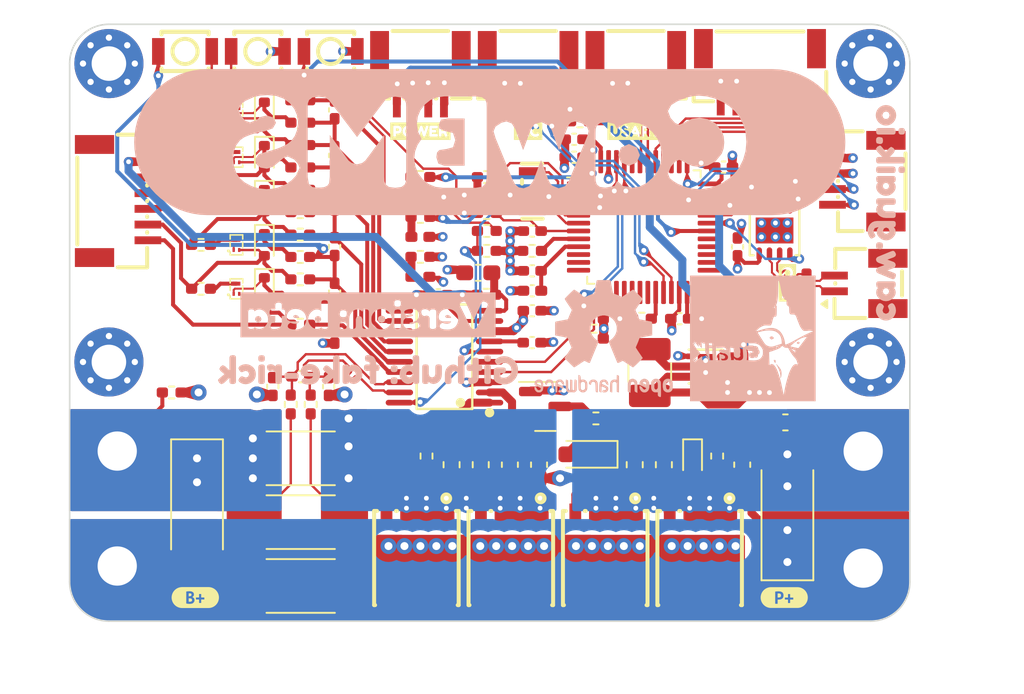
<source format=kicad_pcb>
(kicad_pcb (version 20221018) (generator pcbnew)
  (layers (0 "F.Cu" signal) (1 "In1.Cu" signal) (2 "In2.Cu" signal) (31 "B.Cu" signal) (34 "B.Paste" user) (35 "F.Paste" user) (36 "B.SilkS" user "B.Silkscreen") (37 "F.SilkS" user "F.Silkscreen") (38 "B.Mask" user) (39 "F.Mask" user) (44 "Edge.Cuts" user))
  (net 0 "")
  (net 1 "+3.3V")
  (net 2 "GND")
  (net 3 "+5V")
  (net 4 "+3.3VA")
  (net 5 "/RESET")
  (net 6 "/BQ76920/VC5")
  (net 7 "/BQ76920/VC4")
  (net 8 "/BQ76920/VC3")
  (net 9 "/BQ76920/VC2")
  (net 10 "/BQ76920/VC1")
  (net 11 "/BQ76920/VC0")
  (net 12 "/BQ76920/BAT")
  (net 13 "Net-(U4-CAP1)")
  (net 14 "Net-(U4-BAT)")
  (net 15 "/BQ76920/SRP")
  (net 16 "/BQ76920/SRN")
  (net 17 "/ALERT")
  (net 18 "Net-(C25-Pad1)")
  (net 19 "Net-(C25-Pad2)")
  (net 20 "PACK-")
  (net 21 "PACK+")
  (net 22 "Net-(C27-Pad2)")
  (net 23 "-BATT")
  (net 24 "/SPI1_MOSI")
  (net 25 "/SPI1_MISO")
  (net 26 "/SPI1_SCK")
  (net 27 "/SPI1_NSS")
  (net 30 "/USART1_TX")
  (net 31 "/USART1_RX")
  (net 34 "/SWDIO")
  (net 35 "/SWCLK")
  (net 38 "Net-(D4-A)")
  (net 39 "Net-(D5-A)")
  (net 40 "Net-(D6-A)")
  (net 41 "Net-(D7-A)")
  (net 42 "Net-(D8-A)")
  (net 45 "Net-(D1-K)")
  (net 46 "Net-(D2-K)")
  (net 47 "Net-(D3-K)")
  (net 48 "Net-(D4-K)")
  (net 49 "Net-(D5-K)")
  (net 50 "Net-(D6-K)")
  (net 51 "Net-(D7-K)")
  (net 52 "Net-(D8-K)")
  (net 53 "Net-(D11-K)")
  (net 54 "Net-(D11-A)")
  (net 55 "Net-(U3-L)")
  (net 56 "/BQ76920/DSG")
  (net 57 "Net-(Q7-G)")
  (net 58 "Net-(Q6-G)")
  (net 59 "Net-(Q8-G)")
  (net 60 "Net-(Q9-G)")
  (net 61 "Net-(Q1-D)")
  (net 62 "Net-(Q2-D)")
  (net 63 "Net-(Q3-D)")
  (net 64 "Net-(Q4-D)")
  (net 65 "Net-(Q5-D)")
  (net 66 "Net-(Q6-D-Pad5)")
  (net 67 "/BQ76920/CHG")
  (net 68 "Net-(U1-PB2)")
  (net 69 "Net-(U1-BOOT0)")
  (net 70 "Net-(U1-VSSA)")
  (net 71 "/I2C1_SCL")
  (net 72 "/I2C1_SDA")
  (net 73 "/CAN_N")
  (net 74 "/CAN_P")
  (net 75 "/LED_A")
  (net 76 "/LED_B")
  (net 77 "Net-(U4-TS1)")
  (net 78 "Net-(R29-Pad1)")
  (net 79 "/KEY_A")
  (net 80 "/HSE_IN")
  (net 81 "/HSE_OUT")
  (net 99 "/CAN_STB")
  (net 100 "/CAN_RX")
  (net 101 "/CAN_TX")
  (net 109 "/I2C2_SCL")
  (net 110 "/I2C2_SDA")
  (footprint "kibuzzard-658FE679" (layer "F.Cu") (at 132.334 98.806)
    (fp_text reference "kibuzzard-658FE679" hide)
    (fp_text value "G***" hide)
  )
  (footprint "MountingHole:MountingHole_2.2mm_M2_Pad_Via" (layer "F.Cu") (at 161 113.5)
    (fp_text reference "H4")
    (fp_text value "MountingHole_Pad")
  )
  (footprint "Rick_MOSFET:BSC0702LS_PG-TDSON-8_L5.0-W6.0-P1.27-BL-EP" (layer "F.Cu") (at 132.08 125.984 180)
    (fp_text reference "Q6")
    (fp_text value "BSC0702LS")
  )
  (footprint "Diode_SMD:D_SOD-523" (layer "F.Cu") (at 149.663176 119.686 -90)
    (fp_text reference "D12")
    (fp_text value "D_Zener_16V")
  )
  (footprint "Capacitor_SMD:C_0402_1005Metric_Pad0.74x0.62mm_HandSolder" (layer "F.Cu") (at 151.638 101.092)
    (fp_text reference "C3")
    (fp_text value "0.1uF")
  )
  (footprint "Resistor_SMD:R_0402_1005Metric_Pad0.72x0.64mm_HandSolder" (layer "F.Cu") (at 124.6845 102.538444)
    (fp_text reference "R21")
    (fp_text value "100")
  )
  (footprint "Resistor_SMD:R_2512_6332Metric_Pad1.40x3.35mm_HandSolder" (layer "F.Cu") (at 124.712 127.762)
    (fp_text reference "R34")
    (fp_text value "0.0015")
  )
  (footprint "Rick_Connector:CONN-SMD_4P-P1.00_WAFER-SH1.0-4PWB" (layer "F.Cu") (at 132.334 95.377 180)
    (fp_text reference "CN1" hide)
    (fp_text value "SWD")
  )
  (footprint "MountingHole:MountingHole_2.2mm_M2_Pad_Via" (layer "F.Cu") (at 161 94.5)
    (fp_text reference "H2")
    (fp_text value "MountingHole_Pad")
  )
  (footprint "Resistor_SMD:R_0402_1005Metric_Pad0.72x0.64mm_HandSolder" (layer "F.Cu") (at 124.6845 111.125)
    (fp_text reference "R27")
    (fp_text value "100")
  )
  (footprint "Capacitor_SMD:C_0402_1005Metric_Pad0.74x0.62mm_HandSolder" (layer "F.Cu") (at 126.873 100.3495 -90)
    (fp_text reference "C10")
    (fp_text value "0.22uF")
  )
  (footprint "Rick_MOSFET:BSC0702LS_PG-TDSON-8_L5.0-W6.0-P1.27-BL-EP" (layer "F.Cu") (at 144.102666 125.984 180)
    (fp_text reference "Q8")
    (fp_text value "BSC0702LS")
  )
  (footprint "Resistor_SMD:R_0402_1005Metric_Pad0.72x0.64mm_HandSolder" (layer "F.Cu") (at 124.6845 106.813777)
    (fp_text reference "R24")
    (fp_text value "10k")
  )
  (footprint "Rick_Switch:B3U-1000P" (layer "F.Cu") (at 121.9835 93.726 180)
    (fp_text reference "SW1")
    (fp_text value "B3U-1000P")
  )
  (footprint "MountingHole:MountingHole_2.2mm_M2_Pad_Via" (layer "F.Cu") (at 112.5 94.5)
    (fp_text reference "H1")
    (fp_text value "MountingHole_Pad")
  )
  (footprint "Diode_SMD:D_SMA_Handsoldering" (layer "F.Cu") (at 118.11 122.936 -90)
    (fp_text reference "D9")
    (fp_text value "TVS_24V")
  )
  (footprint "Capacitor_SMD:C_0603_1608Metric_Pad1.08x0.95mm_HandSolder" (layer "F.Cu") (at 139.888088 120.041 -90)
    (fp_text reference "C26")
    (fp_text value "0.1uF")
  )
  (footprint "Resistor_SMD:R_0402_1005Metric_Pad0.72x0.64mm_HandSolder" (layer "F.Cu") (at 116.5 115.443)
    (fp_text reference "R37")
    (fp_text value "0")
  )
  (footprint "Resistor_SMD:R_0402_1005Metric_Pad0.72x0.64mm_HandSolder" (layer "F.Cu") (at 151.229448 119.491 90)
    (fp_text reference "R40")
    (fp_text value "1M")
  )
  (footprint "Diode_SMD:D_SOD-523" (layer "F.Cu") (at 122.3985 97.663 -90)
    (fp_text reference "D4")
    (fp_text value "D_Zener_5.6V")
  )
  (footprint "Resistor_SMD:R_0402_1005Metric_Pad0.72x0.64mm_HandSolder" (layer "F.Cu") (at 118.364 108.839)
    (fp_text reference "R16")
    (fp_text value "28.7")
  )
  (footprint "Capacitor_SMD:C_0402_1005Metric_Pad0.74x0.62mm_HandSolder" (layer "F.Cu") (at 126.492 115.062 -90)
    (fp_text reference "C23")
    (fp_text value "0.1uF")
  )
  (footprint "Inductor_SMD:L_1210_3225Metric_Pad1.42x2.65mm_HandSolder" (layer "F.Cu") (at 146.939 114.173 90)
    (fp_text reference "L2")
    (fp_text value "1uH")
  )
  (footprint "Diode_SMD:D_SOD-523" (layer "F.Cu") (at 122.3985 108.839 -90)
    (fp_text reference "D8")
    (fp_text value "D_Zener_5.6V")
  )
  (footprint "Inductor_SMD:L_0402_1005Metric_Pad0.77x0.64mm_HandSolder" (layer "F.Cu") (at 139.454 108.966)
    (fp_text reference "L1")
    (fp_text value "39nH")
  )
  (footprint "Diode_SMD:D_SOD-323_HandSoldering" (layer "F.Cu") (at 142.875 119.38 180)
    (fp_text reference "D11")
    (fp_text value "D_100V")
  )
  (footprint "Capacitor_SMD:C_0402_1005Metric_Pad0.74x0.62mm_HandSolder" (layer "F.Cu") (at 139.446 112.268 180)
    (fp_text reference "C18")
    (fp_text value "1uF")
  )
  (footprint "Capacitor_SMD:C_0603_1608Metric_Pad1.08x0.95mm_HandSolder" (layer "F.Cu") (at 155.575 117.348)
    (fp_text reference "C28")
    (fp_text value "0.1uF")
  )
  (footprint "Resistor_SMD:R_0402_1005Metric_Pad0.72x0.64mm_HandSolder" (layer "F.Cu") (at 118.364 97.663)
    (fp_text reference "R12")
    (fp_text value "28.7")
  )
  (footprint "Resistor_SMD:R_0402_1005Metric_Pad0.72x0.64mm_HandSolder" (layer "F.Cu") (at 124.6845 108.238888)
    (fp_text reference "R25")
    (fp_text value "100")
  )
  (footprint "Rick_MOSFET:CSD13381F4_PICOSTAR-3_L1.0-W0.6-P0.40-S0.65-BL-1" (layer "F.Cu") (at 120.6205 97.663)
    (fp_text reference "Q1")
    (fp_text value "CSD13381F4")
  )
  (footprint "Resistor_SMD:R_0402_1005Metric_Pad0.72x0.64mm_HandSolder" (layer "F.Cu") (at 136.5625 101.727)
    (fp_text reference "R38")
    (fp_text value "499k")
  )
  (footprint "Capacitor_SMD:C_0402_1005Metric_Pad0.74x0.62mm_HandSolder" (layer "F.Cu") (at 126.873 106.1525 -90)
    (fp_text reference "C12")
    (fp_text value "0.22uF")
  )
  (footprint "Rick_Connector:CONN-SMD_4P-P1.00_WAFER-SH1.0-4PWB" (layer "F.Cu") (at 139.192 95.377 180)
    (fp_text reference "CN2" hide)
    (fp_text value "I2C")
  )
  (footprint "Capacitor_SMD:C_0402_1005Metric_Pad0.74x0.62mm_HandSolder" (layer "F.Cu") (at 139.454 107.696 180)
    (fp_text reference "C6")
    (fp_text value "0.1uF")
  )
  (footprint "kibuzzard-6577EBAB" (layer "F.Cu") (at 146.05 98.807429)
    (fp_text reference "kibuzzard-6577EBAB" hide)
    (fp_text value "G***" hide)
  )
  (footprint "Resistor_SMD:R_0402_1005Metric_Pad0.72x0.64mm_HandSolder" (layer "F.Cu") (at 136.5625 106.426 180)
    (fp_text reference "R28")
    (fp_text value "NTC 10k")
  )
  (footprint "Resistor_SMD:R_0402_1005Metric_Pad0.72x0.64mm_HandSolder" (layer "F.Cu") (at 143.383 112.014 180)
    (fp_text reference "R5")
    (fp_text value "10k")
  )
  (footprint "Capacitor_SMD:C_0603_1608Metric_Pad1.08x0.95mm_HandSolder" (layer "F.Cu") (at 152.82572 120.041 90)
    (fp_text reference "C27")
    (fp_text value "0.1uF")
  )
  (footprint "Rick_MOSFET:BSC0702LS_PG-TDSON-8_L5.0-W6.0-P1.27-BL-EP" (layer "F.Cu") (at 150.114 125.984 180)
    (fp_text reference "Q9")
    (fp_text value "BSC0702LS")
  )
  (footprint "Rick_MOSFET:CSD13381F4_PICOSTAR-3_L1.0-W0.6-P0.40-S0.65-BL-1" (layer "F.Cu") (at 120.6205 100.457)
    (fp_text reference "Q2")
    (fp_text value "CSD13381F4")
  )
  (footprint "Capacitor_SMD:C_0402_1005Metric_Pad0.74x0.62mm_HandSolder" (layer "F.Cu") (at 154.94 102.489)
    (fp_text reference "C5")
    (fp_text value "0.1uF")
  )
  (footprint "Rick_Switch:B3U-1000P" (layer "F.Cu") (at 126.619 93.726)
    (fp_text reference "SW2")
    (fp_text value "B3U-1000P")
  )
  (footprint "Resistor_SMD:R_0402_1005Metric_Pad0.72x0.64mm_HandSolder" (layer "F.Cu") (at 124.6845 101.113333)
    (fp_text reference "R20")
    (fp_text value "10k")
  )
  (footprint "CawBMS:POWER_PAD" (layer "F.Cu") (at 160.528 126.627)
    (fp_text reference "H7")
    (fp_text value "P+")
  )
  (footprint "Diode_SMD:D_SMA_Handsoldering" (layer "F.Cu") (at 155.702 122.891 90)
    (fp_text reference "D10")
    (fp_text value "D_200V")
  )
  (footprint "Rick_Connector:CONN-SMD_6P-P1.00_XUNPU_WAFER-SH1.0-6PWB" (layer "F.Cu") (at 153.956 95.25 180)
    (fp_text reference "CN3")
    (fp_text value "SPI")
  )
  (footprint "Rick_MOSFET:CSD13381F4_PICOSTAR-3_L1.0-W0.6-P0.40-S0.65-BL-1" (layer "F.Cu") (at 120.6205 108.839)
    (fp_text reference "Q5")
    (fp_text value "CSD13381F4")
  )
  (footprint "Capacitor_SMD:C_0402_1005Metric_Pad0.74x0.62mm_HandSolder" (layer "F.Cu") (at 126.873 103.251 -90)
    (fp_text reference "C11")
    (fp_text value "0.22uF")
  )
  (footprint "Diode_SMD:D_SOD-523" (layer "F.Cu") (at 122.3985 106.03375 -90)
    (fp_text reference "D7")
    (fp_text value "D_Zener_5.6V")
  )
  (footprint "Rick_MOSFET:CSD13381F4_PICOSTAR-3_L1.0-W0.6-P0.40-S0.65-BL-1" (layer "F.Cu") (at 120.6205 103.251)
    (fp_text reference "Q3")
    (fp_text value "CSD13381F4")
  )
  (footprint "Resistor_SMD:R_0402_1005Metric_Pad0.72x0.64mm_HandSolder" (layer "F.Cu") (at 143.51 117.094 180)
    (fp_text reference "R39")
    (fp_text value "1M")
  )
  (footprint "Rick_Connector:CONN-SMD_2P-P1.00_XUNPU_WAFER-SH1.0-2PWB" (layer "F.Cu") (at 160.401 108.5 90)
    (fp_text reference "U5")
    (fp_text value "CAN")
  )
  (footprint "Rick_CAN:TCAN1044DRBRQ1_DFN-8_L3.0-W3.0-P0.65-TL-EP2.4" (layer "F.Cu") (at 154.884 105.127 -90)
    (fp_text reference "U2")
    (fp_text value "TCAN1044DRBRQ1")
  )
  (footprint "LED_SMD:LED_0402_1005Metric_Pad0.77x0.64mm_HandSolder" (layer "F.Cu") (at 132.334 105.5338)
    (fp_text reference "D2")
    (fp_text value "LED")
  )
  (footprint "Resistor_SMD:R_0402_1005Metric_Pad0.72x0.64mm_HandSolder" (layer "F.Cu") (at 136.5625 105.156 180)
    (fp_text reference "R29")
    (fp_text value "10k")
  )
  (footprint "Diode_SMD:D_SOD-523" (layer "F.Cu") (at 122.3985 100.42325 -90)
    (fp_text reference "D5")
    (fp_text value "D_Zener_5.6V")
  )
  (footprint "Resistor_SMD:R_0402_1005Metric_Pad0.72x0.64mm_HandSolder" (layer "F.Cu") (at 125.349 116.205 90)
    (fp_text reference "R35")
    (fp_text value "100")
  )
  (footprint "Capacitor_SMD:C_0402_1005Metric_Pad0.74x0.62mm_HandSolder" (layer "F.Cu") (at 148.844 110.744 180)
    (fp_text reference "C2")
    (fp_text value "0.1uF")
  )
  (footprint "Rick_MOSFET:CSD13381F4_PICOSTAR-3_L1.0-W0.6-P0.40-S0.65-BL-1" (layer "F.Cu") (at 120.6205 106.045)
    (fp_text reference "Q4")
    (fp_text value "CSD13381F4")
  )
  (footprint "Resistor_SMD:R_0402_1005Metric_Pad0.72x0.64mm_HandSolder" (layer "F.Cu") (at 156.92 108.5 90)
    (fp_text reference "R6")
    (fp_text value "120")
  )
  (footprint "Resistor_SMD:R_0402_1005Metric_Pad0.72x0.64mm_HandSolder" (layer "F.Cu") (at 124.6845 99.688222)
    (fp_text reference "R19")
    (fp_text value "100")
  )
  (footprint "kibuzzard-6577EC0F" (layer "F.Cu") (at 156.972 101.981 -90)
    (fp_text reference "kibuzzard-6577EC0F" hide)
    (fp_text value "G***" hide)
  )
  (footprint "Inductor_SMD:L_0603_1608Metric_Pad1.05x0.95mm_HandSolder" (layer "F.Cu") (at 136.175544 120.041 -90)
    (fp_text reference "L3")
    (fp_text value "220ohm")
  )
  (footprint "Capacitor_SMD:C_0603_1608Metric_Pad1.08x0.95mm_HandSolder" (layer "F.Cu") (at 138.031816 120.041 90)
    (fp_text reference "C25")
    (fp_text value "0.1uF")
  )
  (footprint "Inductor_SMD:L_0603_1608Metric_Pad1.05x0.95mm_HandSolder" (layer "F.Cu") (at 134.319272 120.041 -90)
    (fp_text reference "L4")
    (fp_text value "220ohm")
  )
  (footprint "Capacitor_SMD:C_0402_1005Metric_Pad0.74x0.62mm_HandSolder" (layer "F.Cu") (at 142.121 100.465 180)
    (fp_text reference "C1")
    (fp_text value "0.1uF")
  )
  (footprint "Resistor_SMD:R_0402_1005Metric_Pad0.72x0.64mm_HandSolder" (layer "F.Cu") (at 124.6845 103.963555)
    (fp_text reference "R22")
    (fp_text value "10k")
  )
  (footprint "Capacitor_SMD:C_0402_1005Metric_Pad0.74x0.62mm_HandSolder" (layer "F.Cu") (at 152.527 106.172 90)
    (fp_text reference "C7")
    (fp_text value "0.1uF")
  )
  (footprint "Capacitor_SMD:C_0402_1005Metric_Pad0.74x0.62mm_HandSolder" (layer "F.Cu") (at 126.873 97.448 -90)
    (fp_text reference "C9")
    (fp_text value "0.22uF")
  )
  (footprint "Rick_Connector:CONN-SMD_4P-P1.00_WAFER-SH1.0-4PWB" (layer "F.Cu") (at 160.274 101.989 90)
    (fp_text reference "CN5")
    (fp_text value "SWD")
  )
  (footprint "Capacitor_SMD:C_0402_1005Metric_Pad0.74x0.62mm_HandSolder" (layer "F.Cu") (at 142.121 99.322 180)
    (fp_text reference "C4")
    (fp_text value "0.1uF")
  )
  (footprint "Capacitor_SMD:C_0402_1005Metric_Pad0.74x0.62mm_HandSolder" (layer "F.Cu") (at 124.722 114.435)
    (fp_text reference "C22")
    (fp_text value "0.1uF")
  )
  (footprint "Resistor_SMD:R_0402_1005Metric_Pad0.72x0.64mm_HandSolder" (layer "F.Cu") (at 124.079 116.205 90)
    (fp_text reference "R31")
    (fp_text value "100")
  )
  (footprint "Resistor_SMD:R_0402_1005Metric_Pad0.72x0.64mm_HandSolder" (layer "F.Cu") (at 118.364 106.045)
    (fp_text reference "R15")
    (fp_text value "28.7")
  )
  (footprint "Resistor_SMD:R_2512_6332Metric_Pad1.40x3.35mm_HandSolder" (layer "F.Cu") (at 124.712 123.698)
    (fp_text reference "R33")
    (fp_text value "0.0015")
  )
  (footprint "LED_SMD:LED_0402_1005Metric_Pad0.77x0.64mm_HandSolder" (layer "F.Cu") (at 132.334 108.077)
    (fp_text reference "D3")
    (fp_text value "LED")
  )
  (footprint "Resistor_SMD:R_0402_1005Metric_Pad0.72x0.64mm_HandSolder" (layer "F.Cu") (at 132.334 104.2622)
    (fp_text reference "R9")
    (fp_text value "510")
  )
  (footprint "Capacitor_SMD:C_0402_1005Metric_Pad0.74x0.62mm_HandSolder" (layer "F.Cu") (at 122.936 115.062 90)
    (fp_text reference "C21")
    (fp_text value "0.1uF")
  )
  (footprint "kibuzzard-65829086" (layer "F.Cu") (at 155.5 128.5)
    (fp_text reference "kibuzzard-65829086" hide)
    (fp_text value "G***" hide)
  )
  (footprint "kibuzzard-6577EC47" (layer "F.Cu") (at 155.702 108.458 -90)
    (fp_text reference "kibuzzard-6577EC47" hide)
    (fp_text value "G***" hide)
  )
  (footprint "Rick_DC-DC:TPS61240DRVR_WSON-6_L2.0-W2.0-P0.65-TL-EP" (layer "F.Cu") (at 150.495 113.792 180)
    (fp_text reference "U3")
    (fp_text value "TPS61240DRVR")
  )
  (footprint "CawBMS:POWER_PAD" (layer "F.Cu") (at 160.528 119.181)
    (fp_text reference "H8")
    (fp_text value "P-")
  )
  (footprint "Resistor_SMD:R_0402_1005Metric_Pad0.72x0.64mm_HandSolder" (layer "F.Cu") (at 142.494 98.179)
    (fp_text reference "R2")
    (fp_text value "10k")
  )
  (footprint "Package_QFP:LQFP-48_7x7mm_P0.5mm" (layer "F.Cu") (at 146.566 104.91)
    (fp_text reference "U1")
    (fp_text value "STM32F103CBTx")
  )
  (footprint "CawBMS:POWER_PAD" (layer "F.Cu") (at 113.03 119.173)
    (fp_text reference "H6")
    (fp_text value "B-")
  )
  (footprint "Rick_Crystal:Crystal_SMD3213-3P" (layer "F.Cu") (at 139.454 102.624 -90)
    (fp_text reference "X1")
    (fp_text value "Crystal_16MHz_15pF_3P")
  )
  (footprint "LED_SMD:LED_0402_1005Metric_Pad0.77x0.64mm_HandSolder" (layer "F.Cu") (at 132.334 102.9906)
    (fp_text reference "D1")
    (fp_text value "LED")
  )
  (footprint "kibuzzard-6577EBC9" (layer "F.Cu") (at 153.95 98.806476)
    (fp_text reference "kibuzzard-6577EBC9" hide)
    (fp_text value "G***" hide)
  )
  (footprint "Resistor_SMD:R_0402_1005Metric_Pad0.72x0.64mm_HandSolder" (layer "F.Cu") (at 136.525 109.22)
    (fp_text reference "R30")
    (fp_text value "100")
  )
  (footprint "Resistor_SMD:R_0402_1005Metric_Pad0.72x0.64mm_HandSolder" (layer "F.Cu") (at 124.6845 109.664)
    (fp_text reference "R26")
    (fp_text value "10k")
  )
  (footprint "Rick_BMS:BQ7692003PW_TSSOP-20_L6.5-W4.4-P0.65-LS6.4-BL" (layer "F.Cu") (at 133.866 113.165 90)
    (fp_text reference "U4")
    (fp_text value "BQ7692003PW")
  )
  (footprint "kibuzzard-658FE662" (layer "F.Cu") (at 139.192 98.806)
    (fp_text reference "kibuzzard-658FE662" hide)
    (fp_text value "G***" hide)
  )
  (footprint "CawBMS:POWER_PAD" (layer "F.Cu") (at 113.03 126.492)
    (fp_text reference "H5")
    (fp_text value "B+")
  )
  (footprint "Resistor_SMD:R_2512_6332Metric_Pad1.40x3.35mm_HandSolder" (layer "F.Cu") (at 124.712 119.634)
    (fp_text reference "R32")
    (fp_text value "0.0015")
  )
  (footprint "Resistor_SMD:R_0402_1005Metric_Pad0.72x0.64mm_HandSolder" (layer "F.Cu") (at 139.446 106.426 180)
    (fp_text reference "R3")
    (fp_text value "0")
  )
  (footprint "MountingHole:MountingHole_2.2mm_M2_Pad_Via" (layer "F.Cu") (at 112.5 113.5)
    (fp_text reference "H3")
    (fp_text value "MountingHole_Pad")
  )
  (footprint "kibuzzard-6582907D" (layer "F.Cu") (at 118 128.5)
    (fp_text reference "kibuzzard-6582907D" hide)
    (fp_text value "G***" hide)
  )
  (footprint "Rick_MOSFET:BSC0702LS_PG-TDSON-8_L5.0-W6.0-P1.27-BL-EP" (layer "F.Cu") (at 138.091333 125.984 180)
    (fp_text reference "Q7")
    (fp_text value "BSC0702LS")
  )
  (footprint "Inductor_SMD:L_0603_1608Metric_Pad1.05x0.95mm_HandSolder" (layer "F.Cu") (at 145.980632 120.041 -90)
    (fp_text reference "L5")
    (fp_text value "220ohm")
  )
  (footprint "Resistor_SMD:R_0402_1005Metric_Pad0.72x0.64mm_HandSolder" (layer "F.Cu") (at 124.6845 96.838)
    (fp_text reference "R17")
    (fp_text value "100")
  )
  (footprint "Capacitor_SMD:C_0402_1005Metric_Pad0.74x0.62mm_HandSolder" (layer "F.Cu") (at 139.454 110.236)
    (fp_text reference "C15")
    (fp_text value "4.7uF")
  )
  (footprint "Resistor_SMD:R_0402_1005Metric_Pad0.72x0.64mm_HandSolder" (layer "F.Cu") (at 132.723 119.491 90)
    (fp_text reference "R36")
    (fp_text value "1M")
  )
  (footprint "Resistor_SMD:R_0402_1005Metric_Pad0.72x0.64mm_HandSolder" (layer "F.Cu") (at 146.439 110.744)
    (fp_text reference "R1")
    (fp_text value "10k")
  )
  (footprint "Rick_Connector:CONN-SMD_4P-P1.00_WAFER-SH1.0-4PWB" (layer "F.Cu") (at 146.05 95.377 180)
    (fp_text reference "CN4")
    (fp_text value "USART")
  )
  (footprint "Package_TO_SOT_SMD:SOT-23" (layer "F.Cu") (at 140.2865 116.332)
    (fp_text reference "Q10")
    (fp_text value "TP0610K-T1-GE3")
  )
  (footprint "Resistor_SMD:R_0402_1005Metric_Pad0.72x0.64mm_HandSolder" (layer "F.Cu") (at 136.5625 104.013)
    (fp_text reference "R8")
    (fp_text value "10k")
  )
  (footprint "Capacitor_SMD:C_0402_1005Metric_Pad0.74x0.62mm_HandSolder" (layer "F.Cu") (at 139.454 105.164 180)
    (fp_text reference "C8")
    (fp_text value "0.1uF")
  )
  (footprint "Capacitor_SMD:C_0402_1005Metric_Pad0.74x0.62mm_HandSolder" (layer "F.Cu") (at 126.873 111.735 -90)
    (fp_text reference "C14")
    (fp_text value "0.22uF")
  )
  (footprint "Rick_Switch:B3U-1000P" (layer "F.Cu") (at 117.348 93.726)
    (fp_text reference "SW3")
    (fp_text value "B3U-1000P")
  )
  (footprint "Capacitor_SMD:C_0402_1005Metric_Pad0.74x0.62mm_HandSolder" (layer "F.Cu") (at 126.873 109.054 -90)
    (fp_text reference "C13")
    (fp_text value "0.22uF")
  )
  (footprint "Capacitor_SMD:C_0402_1005Metric_Pad0.74x0.62mm_HandSolder" (layer "F.Cu") (at 133.477 109.22 180)
    (fp_text reference "C17")
    (fp_text value "1uF")
  )
  (footprint "Capacitor_SMD:C_0402_1005Metric_Pad0.74x0.62mm_HandSolder" (layer "F.Cu") (at 136.5625 102.87 180)
    (fp_text reference "C24")
    (fp_text value "470pF")
  )
  (footprint "Diode_SMD:D_SOD-523" (layer "F.Cu") (at 122.3985 103.2285 -90)
    (fp_text reference "D6")
    (fp_text value "D_Zener_5.6V")
  )
  (footprint "Resistor_SMD:R_0402_1005Metric_Pad0.72x0.64mm_HandSolder" (layer "F.Cu") (at 143.383 110.744 180)
    (fp_text reference "R4")
    (fp_text value "10k")
  )
  (footprint "Inductor_SMD:L_0603_1608Metric_Pad1.05x0.95mm_HandSolder" (layer "F.Cu") (at 147.836904 120.041 -90)
    (fp_text reference "L6")
    (fp_text value "220ohm")
  )
  (footprint "Resistor_SMD:R_0402_1005Metric_Pad0.72x0.64mm_HandSolder" (layer "F.Cu") (at 118.364 103.251)
    (fp_text reference "R14")
    (fp_text value "28.7")
  )
  (footprint "Resistor_SMD:R_0402_1005Metric_Pad0.72x0.64mm_HandSolder" (layer "F.Cu") (at 132.334 106.8054)
    (fp_text reference "R10")
    (fp_text value "510")
  )
  (footprint "Resistor_SMD:R_0402_1005Metric_Pad0.72x0.64mm_HandSolder" (layer "F.Cu") (at 132.334 101.719)
    (fp_text reference "R7")
    (fp_text value "510")
  )
  (footprint "Capacitor_SMD:C_0402_1005Metric_Pad0.74x0.62mm_HandSolder" (layer "F.Cu") (at 152.908 113.745 -90)
    (fp_text reference "C20")
    (fp_text value "4.7uF")
  )
  (footprint "Resistor_SMD:R_0402_1005Metric_Pad0.72x0.64mm_HandSolder" (layer "F.Cu") (at 124.6845 105.388666)
    (fp_text reference "R23")
    (fp_text value "100")
  )
  (footprint "Capacitor_SMD:C_0603_1608Metric_Pad1.08x0.95mm_HandSolder" (layer "F.Cu") (at 136.017 107.823 180)
    (fp_text reference "C19")
    (fp_text value "10uF")
  )
  (footprint "Resistor_SMD:R_0402_1005Metric_Pad0.72x0.64mm_HandSolder" (layer "F.Cu") (at 118.364 100.457)
    (fp_text reference "R13")
    (fp_text value "28.7")
  )
  (footprint "Rick_Connector:CONN-SMD_6P-P1.00_XUNPU_WAFER-SH1.0-6PWB" (layer "F.Cu") (at 113.284 103.251 -90)
    (fp_text reference "CN6")
    (fp_text value "WAFER-SH1.0-6PWB")
  )
  (footprint "Resistor_SMD:R_0402_1005Metric_Pad0.72x0.64mm_HandSolder" (layer "F.Cu") (at 124.6845 98.263111)
    (fp_text reference "R18")
    (fp_text value "10k")
  )
  (footprint "Capacitor_SMD:C_0402_1005Metric_Pad0.74x0.62mm_HandSolder" (layer "F.Cu") (at 150.495 115.443)
    (fp_text reference "C16")
    (fp_text value "2.2uF")
  )
  (footprint "kibuzzard-6577F182" (layer "B.Cu") (at 129 114 180)
    (fp_text reference "kibuzzard-6577F182" hide)
    (fp_text value "G***" hide)
  )
  (footprint "Rick_Logo:guaik_logo_black_8x8" (layer "B.Cu") (at 153.5 112 180)
    (fp_text reference "G***" hide)
    (fp_text value "LOGO" hide)
  )
  (footprint "Symbol:OSHW-Logo2_9.8x8mm_SilkScreen" (layer "B.Cu") (at 144 112 180)
    (fp_text reference "REF**" hide)
    (fp_text value "OSHW-Logo2_9.8x8mm_SilkScreen" hide)
  )
  (footprint "kibuzzard-6577F12B" (layer "B.Cu") (at 136.75 99.5 180)
    (fp_text reference "kibuzzard-6577F12B" hide)
    (fp_text value "G***" hide)
  )
  (footprint "kibuzzard-6577F8B5" (layer "B.Cu") (at 162 104 90)
    (fp_text reference "kibuzzard-6577F8B5" hide)
    (fp_text value "G***" hide)
  )
  (footprint "kibuzzard-65902364" (layer "B.Cu") (at 129 110.5 180)
    (fp_text reference "kibuzzard-65902364" hide)
    (fp_text value "G***" hide)
  )
  (gr_arc (start 110 94.5) (mid 110.732233 92.732233) (end 112.5 92) (stroke (width 0.1)) (layer "Edge.Cuts"))
  (gr_line (start 112.5 130) (end 161 130) (stroke (width 0.1)) (layer "Edge.Cuts"))
  (gr_arc (start 161 92) (mid 162.767767 92.732233) (end 163.5 94.5) (stroke (width 0.1)) (layer "Edge.Cuts"))
  (gr_arc (start 163.5 127.5) (mid 162.767767 129.267767) (end 161 130) (stroke (width 0.1)) (layer "Edge.Cuts"))
  (gr_arc (start 112.5 130) (mid 110.732233 129.267767) (end 110 127.5) (stroke (width 0.1)) (layer "Edge.Cuts"))
  (gr_line (start 163.5 127.5) (end 163.5 94.5) (stroke (width 0.1)) (layer "Edge.Cuts"))
  (gr_line (start 110 94.5) (end 110 127.5) (stroke (width 0.1)) (layer "Edge.Cuts"))
  (gr_line (start 161 92) (end 112.5 92) (stroke (width 0.1)) (layer "Edge.Cuts"))
  (segment (start 153.909 107.076) (end 153.909 106.622) (width 0.254) (layer "F.Cu") (net 1))
  (segment (start 152.527 107.569) (end 152.527 106.7395) (width 0.254) (layer "F.Cu") (net 1))
  (segment (start 137.692 97.077) (end 137.692 95.758) (width 0.508) (layer "F.Cu") (net 1))
  (segment (start 153.797 107.188) (end 153.909 107.076) (width 0.254) (layer "F.Cu") (net 1))
  (segment (start 153.289 115.443) (end 154.552 115.443) (width 0.508) (layer "F.Cu") (net 1))
  (segment (start 150.472 101.092) (end 150.21 100.83) (width 0.254) (layer "F.Cu") (net 1))
  (segment (start 132.9695 108.14) (end 132.9065 108.077) (width 0.254) (layer "F.Cu") (net 1))
  (segment (start 144.55 97.077) (end 144.55 95.78) (width 0.508) (layer "F.Cu") (net 1))
  (segment (start 133.53 108.14) (end 132.9695 108.14) (width 0.254) (layer "F.Cu") (net 1))
  (segment (start 143.816 99.846) (end 143.816 100.7475) (width 0.254) (layer "F.Cu") (net 1))
  (segment (start 133.7562 105.5338) (end 133.76 105.53) (width 0.254) (layer "F.Cu") (net 1))
  (segment (start 148.7673 113.142) (end 149.467 113.142) (width 0.254) (layer "F.Cu") (net 1))
  (segment (start 150.7285 102.16) (end 151.211 102.16) (width 0.254) (layer "F.Cu") (net 1))
  (segment (start 144.018 111.379) (end 143.9805 111.4165) (width 0.508) (layer "F.Cu") (net 1))
  (segment (start 151.0705 101.092) (end 150.472 101.092) (width 0.254) (layer "F.Cu") (net 1))
  (segment (start 158.605 100.52) (end 158.574 100.489) (width 0.508) (layer "F.Cu") (net 1))
  (segment (start 143.9805 111.4165) (end 143.9805 112.014) (width 0.508) (layer "F.Cu") (net 1))
  (segment (start 142.6885 100.9285) (end 142.6885 100.465) (width 0.254) (layer "F.Cu") (net 1))
  (segment (start 148.067 114.442) (end 149.467 114.442) (width 0.508) (layer "F.Cu") (net 1))
  (segment (start 154.552 115.443) (end 154.559 115.45) (width 0.508) (layer "F.Cu") (net 1))
  (segment (start 142.6885 99.322) (end 143.292 99.322) (width 0.254) (layer "F.Cu") (net 1))
  (segment (start 146.939 115.6605) (end 146.939 115.57) (width 0.508) (layer "F.Cu") (net 1))
  (segment (start 138.8865 110.9225) (end 138.269 111.54) (width 0.508) (layer "F.Cu") (net 1))
  (segment (start 151.456 95.624) (end 151.46 95.62) (width 0.508) (layer "F.Cu") (net 1))
  (segment (start 152.9755 107.188) (end 153.797 107.188) (width 0.254) (layer "F.Cu") (net 1))
  (segment (start 142.6885 101.875) (end 142.4035 102.16) (width 0.254) (layer "F.Cu") (net 1))
  (segment (start 138.269 111.54) (end 136.737 111.54) (width 0.508) (layer "F.Cu") (net 1))
  (segment (start 148.732 113.1067) (end 148.7673 113.142) (width 0.254) (layer "F.Cu") (net 1))
  (segment (start 147.1565 115.443) (end 146.939 115.6605) (width 0.508) (layer "F.Cu") (net 1))
  (segment (start 143.3 100.01) (end 143.3 99.9335) (width 0.254) (layer "F.Cu") (net 1))
  (segment (start 135.965 104.013) (end 135.128 104.013) (width 0.508) (layer "F.Cu") (net 1))
  (segment (start 143.9805 111.3415) (end 143.9805 110.744) (width 0.508) (layer "F.Cu") (net 1))
  (segment (start 143.3 99.9335) (end 142.6885 99.322) (width 0.254) (layer "F.Cu") (net 1))
  (segment (start 150.6895 116.205) (end 149.9275 115.443) (width 0.508) (layer "F.Cu") (net 1))
  (segment (start 151.456 96.95) (end 151.456 95.624) (width 0.508) (layer "F.Cu") (net 1))
  (segment (start 151.511 101.5325) (end 151.0705 101.092) (width 0.254) (layer "F.Cu") (net 1))
  (segment (start 132.9065 105.5338) (end 133.7562 105.5338) (width 0.254) (layer "F.Cu") (net 1))
  (segment (start 152.527 116.205) (end 150.6895 116.205) (width 0.508) (layer "F.Cu") (net 1))
  (segment (start 144.018 111.379) (end 143.9805 111.3415) (width 0.508) (layer "F.Cu") (net 1))
  (segment (start 138.8815 108.966) (end 138.049 108.966) (width 0.508) (layer "F.Cu") (net 1))
  (segment (start 149.316 109.0725) (end 149.316 110.6485) (width 0.254) (layer "F.Cu") (net 1))
  (segment (start 151.511 101.86) (end 151.511 101.5325) (width 0.254) (layer "F.Cu") (net 1))
  (segment (start 133.8 108.41) (end 133.53 108.14) (width 0.254) (layer "F.Cu") (net 1))
  (segment (start 137.692 95.758) (end 137.7 95.75) (width 0.508) (layer "F.Cu") (net 1))
  (segment (start 159.88 100.52) (end 158.605 100.52) (width 0.508) (layer "F.Cu") (net 1))
  (segment (start 150.241 110.744) (end 149.4115 110.744) (width 0.254) (layer "F.Cu") (net 1))
  (segment (start 149.316 110.6485) (end 149.4115 110.744) (width 0.254) (layer "F.Cu") (net 1))
  (segment (start 153.289 115.443) (end 152.527 116.205) (width 0.508) (layer "F.Cu") (net 1))
  (segment (start 143.292 99.322) (end 143.816 99.846) (width 0.254) (layer "F.Cu") (net 1))
  (segment (start 138.8865 110.236) (end 138.8865 110.9225) (width 0.508) (layer "F.Cu") (net 1))
  (segment (start 142.6885 100.465) (end 142.6885 101.875) (width 0.254) (layer "F.Cu") (net 1))
  (segment (start 131.834 97.077) (end 131.834 95.746) (width 0.508) (layer "F.Cu") (net 1))
  (segment (start 133.8106 102.9906) (end 133.82 103) (width 0.254) (layer "F.Cu") (net 1))
  (segment (start 131.834 95.746) (end 131.84 95.74) (width 0.508) (layer "F.Cu") (net 1))
  (segment (start 149.9275 115.443) (end 147.1565 115.443) (width 0.508) (layer "F.Cu") (net 1))
  (segment (start 151.211 102.16) (end 151.511 101.86) (width 0.254) (layer "F.Cu") (net 1))
  (segment (start 143.25 101.49) (end 142.6885 100.9285) (width 0.254) (layer "F.Cu") (net 1))
  (segment (start 132.9065 102.9906) (end 133.8106 102.9906) (width 0.254) (layer "F.Cu") (net 1))
  (segment (start 152.527 106.7395) (end 152.9755 107.188) (width 0.254) (layer "F.Cu") (net 1))
  (segment (start 146.939 115.57) (end 148.067 114.442) (width 0.508) (layer "F.Cu") (net 1))
  (segment (start 144.55 95.78) (end 144.57 95.76) (width 0.508) (layer "F.Cu") (net 1))
  (via (at 143.25 101.49) (size 0.6096) (drill 0.3048) (layers "F.Cu" "B.Cu") (net 1))
  (via (at 138.049 108.966) (size 0.6096) (drill 0.3048) (layers "F.Cu" "B.Cu") (net 1))
  (via (at 154.559 115.45) (size 0.6096) (drill 0.3048) (layers "F.Cu" "B.Cu") (net 1))
  (via (at 153.289 115.443) (size 0.6096) (drill 0.3048) (layers "F.Cu" "B.Cu") (net 1))
  (via (at 159.88 100.52) (size 0.6096) (drill 0.3048) (layers "F.Cu" "B.Cu") (net 1))
  (via (at 133.82 103) (size 0.6096) (drill 0.3048) (layers "F.Cu" "B.Cu") (net 1))
  (via (at 150.21 100.83) (size 0.6096) (drill 0.3048) (layers "F.Cu" "B.Cu") (net 1))
  (via (at 143.3 100.01) (size 0.6096) (drill 0.3048) (layers "F.Cu" "B.Cu") (net 1))
  (via (at 138.46 111.32) (size 0.6096) (drill 0.3048) (layers "F.Cu" "B.Cu") (net 1))
  (via (at 148.732 113.1067) (size 0.6096) (drill 0.3048) (layers "F.Cu" "B.Cu") (net 1))
  (via (at 131.84 95.74) (size 0.6096) (drill 0.3048) (layers "F.Cu" "B.Cu") (net 1))
  (via (at 151.46 95.62) (size 0.6096) (drill 0.3048) (layers "F.Cu" "B.Cu") (net 1))
  (via (at 153.924 115.443) (size 0.6096) (drill 0.3048) (layers "F.Cu" "B.Cu") (net 1))
  (via (at 152.527 107.569) (size 0.6096) (drill 0.3048) (layers "F.Cu" "B.Cu") (net 1))
  (via (at 133.8 108.41) (size 0.6096) (drill 0.3048) (layers "F.Cu" "B.Cu") (net 1))
  (via (at 133.76 105.53) (size 0.6096) (drill 0.3048) (layers "F.Cu" "B.Cu") (net 1))
  (via (at 150.241 110.744) (size 0.6096) (drill 0.3048) (layers "F.Cu" "B.Cu") (net 1))
  (via (at 144.57 95.76) (size 0.6096) (drill 0.3048) (layers "F.Cu" "B.Cu") (net 1))
  (via (at 135.128 104.013) (size 0.6096) (drill 0.3048) (layers "F.Cu" "B.Cu") (net 1))
  (via (at 144.018 111.379) (size 0.6096) (drill 0.3048) (layers "F.Cu" "B.Cu") (net 1))
  (via (at 137.7 95.75) (size 0.6096) (drill 0.3048) (layers "F.Cu" "B.Cu") (net 1))
  (via (at 138.89 110.86) (size 0.6096) (drill 0.3048) (layers "F.Cu" "B.Cu") (net 1))
  (segment (start 141.505857 101.164143) (end 141.505857 100.512643) (width 0.508) (layer "F.Cu") (net 2))
  (segment (start 138.8865 107.696) (end 138.049 107.696) (width 0.508) (layer "F.Cu") (net 2))
  (segment (start 156.21 101.9965) (end 155.7175 102.489) (width 0.254) (layer "F.Cu") (net 2))
  (segment (start 152.4125 114.808) (end 152.908 114.3125) (width 0.254) (layer "F.Cu") (net 2))
  (segment (start 145.8415 110.744) (end 145.034 110.744) (width 0.508) (layer "F.Cu") (net 2))
  (segment (start 138.057 105.164) (end 138.049 105.156) (width 0.508) (layer "F.Cu") (net 2))
  (segment (start 152.778012 105.353488) (end 152.527 105.6045) (width 0.254) (layer "F.Cu") (net 2))
  (segment (start 138.8485 106.426) (end 138.049 106.426) (width 0.508) (layer "F.Cu") (net 2))
  (segment (start 141.505857 100.512643) (end 141.5535 100.465) (width 0.508) (layer "F.Cu") (net 2))
  (segment (start 123.6835 93.726) (end 122.794 93.726) (width 0.508) (layer "F.Cu") (net 2))
  (segment (start 128.319 93.726) (end 127.406 93.726) (width 0.508) (layer "F.Cu") (net 2))
  (segment (start 140.0215 110.236) (end 140.843 110.236) (width 0.508) (layer "F.Cu") (net 2))
  (segment (start 139.415 115.316) (end 139.349 115.382) (width 0.508) (layer "F.Cu") (net 2))
  (segment (start 140.164 102.624) (end 139.454 102.624) (width 0.508) (layer "F.Cu") (net 2))
  (segment (start 141.859 98.1415) (end 141.8965 98.179) (width 0.508) (layer "F.Cu") (net 2))
  (segment (start 140.0135 112.268) (end 140.766208 112.268) (width 0.508) (layer "F.Cu") (net 2))
  (segment (start 152.2 101.0865) (end 152.2055 101.092) (width 0.508) (layer "F.Cu") (net 2))
  (segment (start 138.049 105.156) (end 138.049 107.696) (width 0.508) (layer "F.Cu") (net 2))
  (segment (start 151.0625 115.443) (end 151.892 115.443) (width 0.508) (layer "F.Cu") (net 2))
  (segment (start 135.128 102.87) (end 135.995 102.87) (width 0.508) (layer "F.Cu") (net 2))
  (segment (start 151.892 114.808) (end 151.892 115.443) (width 0.508) (layer "F.Cu") (net 2))
  (segment (start 121.92 115.57) (end 121.9795 115.6295) (width 0.508) (layer "F.Cu") (net 2))
  (segment (start 152.778012 104.689298) (end 152.778012 105.353488) (width 0.254) (layer "F.Cu") (net 2))
  (segment (start 155.7175 102.489) (end 155.5075 102.489) (width 0.254) (layer "F.Cu") (net 2))
  (segment (start 135.965 101.727) (end 135.965 102.84) (width 0.508) (layer "F.Cu") (net 2))
  (segment (start 152.2 100.35) (end 152.2 101.0865) (width 0.508) (layer "F.Cu") (net 2))
  (segment (start 151.892 114.808) (end 152.4125 114.808) (width 0.254) (layer "F.Cu") (net 2))
  (segment (start 159.88 101.5) (end 158.585 101.5) (width 0.508) (layer "F.Cu") (net 2))
  (segment (start 121.9795 115.6295) (end 122.936 115.6295) (width 0.508) (layer "F.Cu") (net 2))
  (segment (start 148.336 110.8035) (end 148.2765 110.744) (width 0.508) (layer "F.Cu") (net 2))
  (segment (start 118.207 115.443) (end 118.21 115.44) (width 0.508) (layer "F.Cu") (net 2))
  (segment (start 150.7285 102.66) (end 151.848 102.66) (width 0.254) (layer "F.Cu") (net 2))
  (segment (start 158.585 101.5) (end 158.574 101.489) (width 0.508) (layer "F.Cu") (net 2))
  (segment (start 152.456 96.95) (end 152.456 95.634) (width 0.508) (layer "F.Cu") (net 2))
  (segment (start 127.406 93.726) (end 127.4 93.72) (width 0.508) (layer "F.Cu") (net 2))
  (segment (start 140.51 102.97) (end 140.164 102.624) (width 0.508) (layer "F.Cu") (net 2))
  (segment (start 140.766208 112.268) (end 140.804604 112.229604) (width 0.508) (layer "F.Cu") (net 2))
  (segment (start 122.794 93.726) (end 122.79 93.73) (width 0.508) (layer "F.Cu") (net 2))
  (segment (start 133.7294 106.8054) (end 133.731 106.807) (width 0.508) (layer "F.Cu") (net 2))
  (segment (start 134.046 107.63) (end 134.9615 107.63) (width 0.508) (layer "F.Cu") (net 2))
  (segment (start 144.31 101.85) (end 144.316 101.844) (width 0.254) (layer "F.Cu") (net 2))
  (segment (start 132.83 95.72) (end 132.83 97.073) (width 0.508) (layer "F.Cu") (net 2))
  (segment (start 148.816 110.2045) (end 148.2765 110.744) (width 0.254) (layer "F.Cu") (net 2))
  (segment (start 155.209 103.632) (end 155.209 102.7875) (width 0.254) (layer "F.Cu") (net 2))
  (segment (start 137.16 106.426) (end 138.049 106.426) (width 0.508) (layer "F.Cu") (net 2))
  (segment (start 151.892 114.808) (end 151.892 114.554) (width 0.254) (layer "F.Cu") (net 2))
  (segment (start 145.55 95.76) (end 145.54 95.75) (width 0.508) (layer "F.Cu") (net 2))
  (segment (start 138.692 97.077) (end 138.692 95.768) (width 0.508) (layer "F.Cu") (net 2))
  (segment (start 135.965 102.84) (end 135.995 102.87) (width 0.508) (layer "F.Cu") (net 2))
  (segment (start 132.9095 109.22) (end 132.08 109.22) (width 0.508) (layer "F.Cu") (net 2))
  (segment (start 152.2055 102.3025) (end 152.2055 101.092) (width 0.254) (layer "F.Cu") (net 2))
  (segment (start 133.86 95.72) (end 133.86 97.051) (width 0.508) (layer "F.Cu") (net 2))
  (segment (start 132.9315 106.8054) (end 133.7294 106.8054) (width 0.508) (layer "F.Cu") (net 2))
  (segment (start 144.316 101.844) (end 144.316 100.7475) (width 0.254) (layer "F.Cu") (net 2))
  (segment (start 127.4485 115.6295) (end 127.508 115.57) (width 0.508) (layer "F.Cu") (net 2))
  (segment (start 138.8865 105.164) (end 138.057 105.164) (width 0.508) (layer "F.Cu") (net 2))
  (segment (start 148.336 111.506) (end 148.336 110.8035) (width 0.508) (layer "F.Cu") (net 2))
  (segment (start 152.456 95.634) (end 152.47 95.62) (width 0.508) (layer "F.Cu") (net 2))
  (segment (start 141.859 97.409) (end 141.859 98.1415) (width 0.508) (layer "F.Cu") (net 2))
  (segment (start 141.478 115.316) (end 139.415 115.316) (width 0.508) (layer "F.Cu") (net 2))
  (segment (start 134.9615 107.63) (end 135.1545 107.823) (width 0.508) (layer "F.Cu") (net 2))
  (segment (start 151.78 114.442) (end 151.523 114.442) (width 0.254) (layer "F.Cu") (net 2))
  (segment (start 135.273 114.79) (end 136.737 114.79) (width 0.508) (layer "F.Cu") (net 2))
  (segment (start 133.86 97.051) (end 133.834 97.077) (width 0.508) (layer "F.Cu") (net 2))
  (segment (start 148.816 109.0725) (end 148.816 110.2045) (width 0.254) (layer "F.Cu") (net 2))
  (segment (start 126.111 112.3025) (end 126.873 112.3025) (width 0.508) (layer "F.Cu") (net 2))
  (segment (start 145.55 97.077) (end 145.55 95.76) (width 0.508) (layer "F.Cu") (net 2))
  (segment (start 117.0975 115.443) (end 118.207 115.443) (width 0.508) (layer "F.Cu") (net 2))
  (segment (start 151.892 114.554) (end 151.78 114.442) (width 0.254) (layer "F.Cu") (net 2))
  (segment (start 141.5535 99.322) (end 141.5535 100.465) (width 0.508) (layer "F.Cu") (net 2))
  (segment (start 132.83 97.073) (end 132.834 97.077) (width 0.508) (layer "F.Cu") (net 2))
  (segment (start 138.692 95.768) (end 138.7 95.76) (width 0.508) (layer "F.Cu") (net 2))
  (segment (start 155.209 102.7875) (end 155.5075 102.489) (width 0.254) (layer "F.Cu") (net 2))
  (segment (start 151.848 102.66) (end 152.2055 102.3025) (width 0.254) (layer "F.Cu") (net 2))
  (segment (start 126.492 115.6295) (end 127.4485 115.6295) (width 0.508) (layer "F.Cu") (net 2))
  (segment (start 135.255 114.808) (end 135.273 114.79) (width 0.508) (layer "F.Cu") (net 2))
  (via (at 140.716 115.316) (size 0.6096) (drill 0.3048) (layers "F.Cu" "B.Cu") (net 2))
  (via (at 126.111 112.3025) (size 0.6096) (drill 0.3048) (layers "F.Cu" "B.Cu") (net 2))
  (via (at 152.778012 104.689298) (size 0.6096) (drill 0.3048) (layers "F.Cu" "B.Cu") (net 2))
  (via (at 155.702 105.537) (size 0.6096) (drill 0.3048) (layers "F.Cu" "B.Cu") (net 2))
  (via (at 133.86 95.72) (size 0.6096) (drill 0.3048) (layers "F.Cu" "B.Cu") (net 2))
  (via (at 138.049 105.791) (size 0.6096) (drill 0.3048) (layers "F.Cu" "B.Cu") (net 2))
  (via (at 152.2 100.35) (size 0.6096) (drill 0.3048) (layers "F.Cu" "B.Cu") (net 2))
  (via (at 132.83 95.72) (size 0.6096) (drill 0.3048) (layers "F.Cu" "B.Cu") (net 2))
  (via (at 150.495 113.411) (size 0.6096) (drill 0.3048) (layers "F.Cu" "B.Cu") (net 2))
  (via (at 140.804604 112.229604) (size 0.6096) (drill 0.3048) (layers "F.Cu" "B.Cu") (net 2))
  (via (at 156.21 101.9965) (size 0.6096) (drill 0.3048) (layers "F.Cu" "B.Cu") (net 2))
  (via (at 144.31 101.85) (size 0.6096) (drill 0.3048) (layers "F.Cu" "B.Cu") (net 2))
  (via (at 138.049 107.061) (size 0.6096) (drill 0.3048) (layers "F.Cu" "B.Cu") (net 2))
  (via (at 118.21 115.44) (size 1.016) (drill 0.508) (layers "F.Cu" "B.Cu") (net 2))
  (via (at 151.892 114.808) (size 0.6096) (drill 0.3048) (layers "F.Cu" "B.Cu") (net 2))
  (via (at 121.92 115.57) (size 1.016) (drill 0.508) (layers "F.Cu" "B.Cu") (net 2))
  (via (at 145.54 95.75) (size 0.6096) (drill 0.3048) (layers "F.Cu" "B.Cu") (net 2))
  (via (at 151.892 115.443) (size 0.6096) (drill 0.3048) (layers "F.Cu" "B.Cu") (net 2))
  (via (at 141.859 97.409) (size 0.6096) (drill 0.3048) (layers "F.Cu" "B.Cu") (net 2))
  (via (at 127.4 93.72) (size 0.6096) (drill 0.3048) (layers "F.Cu" "B.Cu") (net 2))
  (via (at 159.88 101.5) (size 0.6096) (drill 0.3048) (layers "F.Cu" "B.Cu") (net 2))
  (via (at 135.128 102.87) (size 0.6096) (drill 0.3048) (layers "F.Cu" "B.Cu") (net 2))
  (via (at 150.495 114.173) (size 0.6096) (drill 0.3048) (layers "F.Cu" "B.Cu") (net 2))
  (via (at 127.508 115.57) (size 1.016) (drill 0.508) (layers "F.Cu" "B.Cu") (net 2))
  (via (at 145.034 110.744) (size 0.6096) (drill 0.3048) (layers "F.Cu" "B.Cu") (net 2))
  (via (at 148.336 111.506) (size 0.6096) (drill 0.3048) (layers "F.Cu" "B.Cu") (net 2))
  (via (at 154.051 105.537) (size 0.6096) (drill 0.3048) (layers "F.Cu" "B.Cu") (net 2))
  (via (at 141.505857 101.164143) (size 0.6096) (drill 0.3048) (layers "F.Cu" "B.Cu") (net 2))
  (via (at 154.94 105.537) (size 0.6096) (drill 0.3048) (layers "F.Cu" "B.Cu") (net 2))
  (via (at 135.255 114.808) (size 0.6096) (drill 0.3048) (layers "F.Cu" "B.Cu") (net 2))
  (via (at 133.731 106.807) (size 0.6096) (drill 0.3048) (layers "F.Cu" "B.Cu") (net 2))
  (via (at 154.051 104.648) (size 0.6096) (drill 0.3048) (layers "F.Cu" "B.Cu") (net 2))
  (via (at 154.94 104.648) (size 0.6096) (drill 0.3048) (layers "F.Cu" "B.Cu") (net 2))
  (via (at 155.702 104.648) (size 0.6096) (drill 0.3048) (layers "F.Cu" "B.Cu") (net 2))
  (via (at 138.049 107.696) (size 0.6096) (drill 0.3048) (layers "F.Cu" "B.Cu") (net 2))
  (via (at 140.51 102.97) (size 0.6096) (drill 0.3048) (layers "F.Cu" "B.Cu") (net 2))
  (via (at 138.7 95.76) (size 0.6096) (drill 0.3048) (layers "F.Cu" "B.Cu") (net 2))
  (via (at 152.47 95.62) (size 0.6096) (drill 0.3048) (layers "F.Cu" "B.Cu") (net 2))
  (via (at 140.843 110.236) (size 0.6096) (drill 0.3048) (layers "F.Cu" "B.Cu") (net 2))
  (via (at 132.08 109.22) (size 0.6096) (drill 0.3048) (layers "F.Cu" "B.Cu") (net 2))
  (via (at 141.478 115.316) (size 0.6096) (drill 0.3048) (layers "F.Cu" "B.Cu") (net 2))
  (via (at 122.79 93.73) (size 0.6096) (drill 0.3048) (layers "F.Cu" "B.Cu") (net 2))
  (via (at 134.046 107.63) (size 0.6096) (drill 0.3048) (layers "F.Cu" "B.Cu") (net 2))
  (via (at 138.049 106.426) (size 0.6096) (drill 0.3048) (layers "F.Cu" "B.Cu") (net 2))
  (via (at 138.049 105.156) (size 0.6096) (drill 0.3048) (layers "F.Cu" "B.Cu") (net 2))
  (segment (start 151.523 113.142) (end 152.8725 113.142) (width 0.508) (layer "F.Cu") (net 3))
  (segment (start 130.86 95.7914) (end 130.834 95.8174) (width 0.508) (layer "F.Cu") (net 3))
  (segment (start 154.559 103.632) (end 154.559 102.6755) (width 0.254) (layer "F.Cu") (net 3))
  (segment (start 152.8725 113.142) (end 152.908 113.1775) (width 0.508) (layer "F.Cu") (net 3))
  (segment (start 154.559 102.6755) (end 154.3725 102.489) (width 0.254) (layer "F.Cu") (net 3))
  (segment (start 151.523 113.792) (end 151.523 113.142) (width 0.508) (layer "F.Cu") (net 3))
  (segment (start 153.416 102.362) (end 153.543 102.489) (width 0.508) (layer "F.Cu") (net 3))
  (segment (start 153.543 102.489) (end 154.3725 102.489) (width 0.508) (layer "F.Cu") (net 3))
  (segment (start 130.834 95.8174) (end 130.834 97.077) (width 0.508) (layer "F.Cu") (net 3))
  (segment (start 152.908 113.1775) (end 152.908 112.395) (width 0.508) (layer "F.Cu") (net 3))
  (via (at 130.86 95.7914) (size 0.6096) (drill 0.3048) (layers "F.Cu" "B.Cu") (net 3))
  (via (at 152.908 112.395) (size 0.6096) (drill 0.3048) (layers "F.Cu" "B.Cu") (net 3))
  (via (at 153.416 102.362) (size 0.6096) (drill 0.3048) (layers "F.Cu" "B.Cu") (net 3))
  (segment (start 130.86 95.750132) (end 131.720132 94.89) (width 0.508) (layer "B.Cu") (net 3))
  (segment (start 131.720132 94.89) (end 140.84 94.89) (width 0.508) (layer "B.Cu") (net 3))
  (segment (start 140.84 94.89) (end 146.94 100.99) (width 0.508) (layer "B.Cu") (net 3))
  (segment (start 152.905 112.395) (end 152.908 112.395) (width 0.508) (layer "B.Cu") (net 3))
  (segment (start 146.94 100.99) (end 146.94 104.922632) (width 0.508) (layer "B.Cu") (net 3))
  (segment (start 152.236418 102.362) (end 153.416 102.362) (width 0.508) (layer "B.Cu") (net 3))
  (segment (start 130.86 95.7914) (end 130.86 95.750132) (width 0.508) (layer "B.Cu") (net 3))
  (segment (start 149.0133 106.995932) (end 149.0133 108.5033) (width 0.508) (layer "B.Cu") (net 3))
  (segment (start 151.355593 103.242825) (end 152.236418 102.362) (width 0.508) (layer "B.Cu") (net 3))
  (segment (start 152.9 112.387) (end 152.9 108.911868) (width 0.508) (layer "B.Cu") (net 3))
  (segment (start 146.94 104.922632) (end 149.0133 106.995932) (width 0.508) (layer "B.Cu") (net 3))
  (segment (start 152.908 112.395) (end 152.9 112.387) (width 0.508) (layer "B.Cu") (net 3))
  (segment (start 149.0133 108.5033) (end 152.905 112.395) (width 0.508) (layer "B.Cu") (net 3))
  (segment (start 151.355593 107.367461) (end 151.355593 103.242825) (width 0.508) (layer "B.Cu") (net 3))
  (segment (start 152.9 108.911868) (end 151.355593 107.367461) (width 0.508) (layer "B.Cu") (net 3))
  (segment (start 140.0265 108.966) (end 140.0265 107.701) (width 0.254) (layer "F.Cu") (net 4))
  (segment (start 142.4035 106.16) (end 141.5575 106.16) (width 0.254) (layer "F.Cu") (net 4))
  (segment (start 140.0265 107.701) (end 140.0215 107.696) (width 0.254) (layer "F.Cu") (net 4))
  (segment (start 141.5575 106.16) (end 140.0215 107.696) (width 0.254) (layer "F.Cu") (net 4))
  (segment (start 139.3375 104.48) (end 137.627 104.48) (width 0.1524) (layer "F.Cu") (net 5))
  (segment (start 134.62 101.691579) (end 134.62 103.080421) (width 0.1524) (layer "F.Cu") (net 5))
  (segment (start 132.5158 101.1958) (end 134.124221 101.1958) (width 0.1524) (layer "F.Cu") (net 5))
  (segment (start 140.0255 105.16) (end 140.0215 105.164) (width 0.1524) (layer "F.Cu") (net 5))
  (segment (start 127.0606 95.7406) (end 132.5158 101.1958) (width 0.1524) (layer "F.Cu") (net 5))
  (segment (start 135.029379 103.4898) (end 136.6368 103.4898) (width 0.1524) (layer "F.Cu") (net 5))
  (segment (start 134.62 103.080421) (end 135.029379 103.4898) (width 0.1524) (layer "F.Cu") (net 5))
  (segment (start 136.6368 103.4898) (end 137.16 104.013) (width 0.1524) (layer "F.Cu") (net 5))
  (segment (start 142.4035 105.16) (end 140.0255 105.16) (width 0.1524) (layer "F.Cu") (net 5))
  (segment (start 120.5406 95.7406) (end 127.0606 95.7406) (width 0.1524) (layer "F.Cu") (net 5))
  (segment (start 134.124221 101.1958) (end 134.62 101.691579) (width 0.1524) (layer "F.Cu") (net 5))
  (segment (start 137.627 104.48) (end 137.16 104.013) (width 0.1524) (layer "F.Cu") (net 5))
  (segment (start 120.2835 93.726) (end 120.2835 95.4835) (width 0.1524) (layer "F.Cu") (net 5))
  (segment (start 120.2835 95.4835) (end 120.5406 95.7406) (width 0.1524) (layer "F.Cu") (net 5))
  (segment (start 140.0215 105.164) (end 139.3375 104.48) (width 0.1524) (layer "F.Cu") (net 5))
  (segment (start 129.71 99.7175) (end 129.71 110.787) (width 0.254) (layer "F.Cu") (net 6))
  (segment (start 129.813 110.89) (end 130.995 110.89) (width 0.254) (layer "F.Cu") (net 6))
  (segment (start 126.873 96.8805) (end 129.71 99.7175) (width 0.254) (layer "F.Cu") (net 6))
  (segment (start 125.282 96.838) (end 126.8305 96.838) (width 0.254) (layer "F.Cu") (net 6))
  (segment (start 126.8305 96.838) (end 126.873 96.8805) (width 0.254) (layer "F.Cu") (net 6))
  (segment (start 129.71 110.787) (end 129.813 110.89) (width 0.254) (layer "F.Cu") (net 6))
  (segment (start 126.625389 98.263111) (end 126.873 98.0155) (width 0.254) (layer "F.Cu") (net 7))
  (segment (start 129.329 102.238) (end 129.329 110.944816) (width 0.254) (layer "F.Cu") (net 7))
  (segment (start 125.282 98.263111) (end 126.625389 98.263111) (width 0.254) (layer "F.Cu") (net 7))
  (segment (start 125.282 99.688222) (end 126.779222 99.688222) (width 0.254) (layer "F.Cu") (net 7))
  (segment (start 126.873 98.0155) (end 126.873 99.782) (width 0.254) (layer "F.Cu") (net 7))
  (segment (start 126.873 99.782) (end 129.329 102.238) (width 0.254) (layer "F.Cu") (net 7))
  (segment (start 126.779222 99.688222) (end 126.873 99.782) (width 0.254) (layer "F.Cu") (net 7))
  (segment (start 129.329 110.944816) (end 129.924184 111.54) (width 0.254) (layer "F.Cu") (net 7))
  (segment (start 129.924184 111.54) (end 130.995 111.54) (width 0.254) (layer "F.Cu") (net 7))
  (segment (start 126.676667 101.113333) (end 126.873 100.917) (width 0.254) (layer "F.Cu") (net 8))
  (segment (start 125.282 102.538444) (end 126.727944 102.538444) (width 0.254) (layer "F.Cu") (net 8))
  (segment (start 128.948 111.102632) (end 130.035368 112.19) (width 0.254) (layer "F.Cu") (net 8))
  (segment (start 130.035368 112.19) (end 130.995 112.19) (width 0.254) (layer "F.Cu") (net 8))
  (segment (start 128.948 104.7585) (end 128.948 111.102632) (width 0.254) (layer "F.Cu") (net 8))
  (segment (start 126.873 100.917) (end 126.873 102.6835) (width 0.254) (layer "F.Cu") (net 8))
  (segment (start 126.873 102.6835) (end 128.948 104.7585) (width 0.254) (layer "F.Cu") (net 8))
  (segment (start 125.282 101.113333) (end 126.676667 101.113333) (width 0.254) (layer "F.Cu") (net 8))
  (segment (start 126.727944 102.538444) (end 126.873 102.6835) (width 0.254) (layer "F.Cu") (net 8))
  (segment (start 126.727945 103.963555) (end 126.873 103.8185) (width 0.254) (layer "F.Cu") (net 9))
  (segment (start 128.567 107.279) (end 128.567 111.260448) (width 0.254) (layer "F.Cu") (net 9))
  (segment (start 128.567 111.260448) (end 130.146552 112.84) (width 0.254) (layer "F.Cu") (net 9))
  (segment (start 130.146552 112.84) (end 130.995 112.84) (width 0.254) (layer "F.Cu") (net 9))
  (segment (start 125.282 103.963555) (end 126.727945 103.963555) (width 0.254) (layer "F.Cu") (net 9))
  (segment (start 126.873 105.585) (end 128.567 107.279) (width 0.254) (layer "F.Cu") (net 9))
  (segment (start 125.478334 105.585) (end 125.282 105.388666) (width 0.254) (layer "F.Cu") (net 9))
  (segment (start 126.873 105.585) (end 125.478334 105.585) (width 0.254) (layer "F.Cu") (net 9))
  (segment (start 126.873 103.8185) (end 126.873 105.585) (width 0.254) (layer "F.Cu") (net 9))
  (segment (start 130.257736 113.49) (end 130.995 113.49) (width 0.254) (layer "F.Cu") (net 10))
  (segment (start 126.873 108.4865) (end 128.186 109.7995) (width 0.254) (layer "F.Cu") (net 10))
  (segment (start 126.625388 108.238888) (end 126.873 108.4865) (width 0.254) (layer "F.Cu") (net 10))
  (segment (start 128.186 111.418264) (end 130.257736 113.49) (width 0.254) (layer "F.Cu") (net 10))
  (segment (start 125.282 108.238888) (end 126.625388 108.238888) (width 0.254) (layer "F.Cu") (net 10))
  (segment (start 115.65 95.27) (end 115.65 93.728) (width 0.254) (layer "F.Cu") (net 10))
  (segment (start 115.65 93.728) (end 115.648 93.726) (width 0.254) (layer "F.Cu") (net 10))
  (segment (start 128.186 109.7995) (end 128.186 111.418264) (width 0.254) (layer "F.Cu") (net 10))
  (segment (start 126.873 106.72) (end 126.873 108.4865) (width 0.254) (layer "F.Cu") (net 10))
  (segment (start 125.646223 106.813777) (end 125.282 106.813777) (width 0.254) (layer "F.Cu") (net 10))
  (segment (start 125.282 106.813777) (end 126.779223 106.813777) (width 0.254) (layer "F.Cu") (net 10))
  (segment (start 126.779223 106.813777) (end 126.873 106.72) (width 0.254) (layer "F.Cu") (net 10))
  (segment (start 126.17 106.29) (end 125.646223 106.813777) (width 0.254) (layer "F.Cu") (net 10))
  (via (at 115.65 95.27) (size 0.6096) (drill 0.3048) (layers "F.Cu" "B.Cu") (net 10))
  (via (at 126.17 106.29) (size 0.6096) (drill 0.3048) (layers "F.Cu" "B.Cu") (net 10))
  (segment (start 117.729 106.045) (end 113.03 101.346) (width 0.254) (layer "B.Cu") (net 10))
  (segment (start 126.17 106.29) (end 125.925 106.045) (width 0.254) (layer "B.Cu") (net 10))
  (segment (start 115.51 96.39) (end 115.65 96.25) (width 0.254) (layer "B.Cu") (net 10))
  (segment (start 113.03 101.346) (end 113.03 98.87) (width 0.254) (layer "B.Cu") (net 10))
  (segment (start 113.03 98.87) (end 115.51 96.39) (width 0.254) (layer "B.Cu") (net 10))
  (segment (start 125.925 106.045) (end 117.729 106.045) (width 0.254) (layer "B.Cu") (net 10))
  (segment (start 115.65 96.25) (end 115.65 95.27) (width 0.254) (layer "B.Cu") (net 10))
  (segment (start 130.339403 114.14) (end 130.995 114.14) (width 0.254) (layer "F.Cu") (net 11))
  (segment (start 126.873 109.6215) (end 126.873 111.1675) (width 0.254) (layer "F.Cu") (net 11))
  (segment (start 125.282 109.664) (end 126.8305 109.664) (width 0.254) (layer "F.Cu") (net 11))
  (segment (start 126.8305 109.664) (end 126.873 109.6215) (width 0.254) (layer "F.Cu") (net 11))
  (segment (start 125.282 111.125) (end 126.8305 111.125) (width 0.254) (layer "F.Cu") (net 11))
  (segment (start 127.39642 111.1675) (end 129.87 113.64108) (width 0.254) (layer "F.Cu") (net 11))
  (segment (start 126.873 111.1675) (end 127.39642 111.1675) (width 0.254) (layer "F.Cu") (net 11))
  (segment (start 129.87 113.64108) (end 129.87 113.670597) (width 0.254) (layer "F.Cu") (net 11))
  (segment (start 126.8305 111.125) (end 126.873 111.1675) (width 0.254) (layer "F.Cu") (net 11))
  (segment (start 129.87 113.670597) (end 130.339403 114.14) (width 0.254) (layer "F.Cu") (net 11))
  (segment (start 117.7665 97.663) (end 117.7665 99.0035) (width 0.254) (layer "F.Cu") (net 12))
  (segment (start 113.752 100.751) (end 114.984 100.751) (width 0.508) (layer "F.Cu") (net 12))
  (segment (start 134.0445 109.9145) (end 134.0445 109.22) (width 0.254) (layer "F.Cu") (net 12))
  (segment (start 135.02 110.89) (end 134.0445 109.9145) (width 0.254) (layer "F.Cu") (net 12))
  (segment (start 119.0595 96.37) (end 117.7665 97.663) (width 0.254) (layer "F.Cu") (net 12))
  (segment (start 135.001 109.22) (end 135.9275 109.22) (width 0.508) (layer "F.Cu") (net 12))
  (segment (start 136.737 110.89) (end 135.02 110.89) (width 0.254) (layer "F.Cu") (net 12))
  (segment (start 123.619 96.37) (end 119.0595 96.37) (width 0.254) (layer "F.Cu") (net 12))
  (segment (start 135.001 109.22) (end 134.0445 109.22) (width 0.508) (layer "F.Cu") (net 12))
  (segment (start 117.7665 99.0035) (end 116.019 100.751) (width 0.254) (layer "F.Cu") (net 12))
  (segment (start 124.087 96.838) (end 123.619 96.37) (width 0.254) (layer "F.Cu") (net 12))
  (segment (start 116.019 100.751) (end 114.984 100.751) (width 0.254) (layer "F.Cu") (net 12))
  (via (at 113.752 100.751) (size 0.6096) (drill 0.3048) (layers "F.Cu" "B.Cu") (net 12))
  (via (at 135.001 109.22) (size 0.6096) (drill 0.3048) (layers "F.Cu" "B.Cu") (net 12))
  (segment (start 113.752 101.34958) (end 113.752 100.751) (width 0.508) (layer "B.Cu") (net 12))
  (segment (start 133.19 109.22) (end 129.507 105.537) (width 0.508) (layer "B.Cu") (net 12))
  (segment (start 129.507 105.537) (end 117.93942 105.537) (width 0.508) (layer "B.Cu") (net 12))
  (segment (start 135.001 109.22) (end 133.19 109.22) (width 0.508) (layer "B.Cu") (net 12))
  (segment (start 117.93942 105.537) (end 113.752 101.34958) (width 0.508) (layer "B.Cu") (net 12))
  (segment (start 136.737 112.19) (end 138.8005 112.19) (width 0.254) (layer "F.Cu") (net 13))
  (segment (start 138.8005 112.19) (end 138.8785 112.268) (width 0.254) (layer "F.Cu") (net 13))
  (segment (start 137.033 107.9765) (end 137.033 109.1305) (width 0.508) (layer "F.Cu") (net 14))
  (segment (start 137.463236 109.22) (end 137.1225 109.22) (width 0.254) (layer "F.Cu") (net 14))
  (segment (start 137.672 110.24) (end 137.795 110.117) (width 0.254) (layer "F.Cu") (net 14))
  (segment (start 137.795 110.117) (end 137.795 109.551764) (width 0.254) (layer "F.Cu") (net 14))
  (segment (start 136.737 110.24) (end 137.672 110.24) (width 0.254) (layer "F.Cu") (net 14))
  (segment (start 136.8795 107.823) (end 137.033 107.9765) (width 0.508) (layer "F.Cu") (net 14))
  (segment (start 137.795 109.551764) (end 137.463236 109.22) (width 0.254) (layer "F.Cu") (net 14))
  (segment (start 137.033 109.1305) (end 137.1225 109.22) (width 0.508) (layer "F.Cu") (net 14))
  (segment (start 124.1545 114.435) (end 124.1545 114.3775) (width 0.1524) (layer "F.Cu") (net 15))
  (segment (start 124.1545 115.532) (end 124.079 115.6075) (width 0.1524) (layer "F.Cu") (net 15))
  (segment (start 124.5208 113.528633) (end 125.040633 113.0088) (width 0.1524) (layer "F.Cu") (net 15))
  (segment (start 122.9955 114.435) (end 122.936 114.4945) (width 0.1524) (layer "F.Cu") (net 15))
  (segment (start 124.1545 114.435) (end 122.9955 114.435) (width 0.1524) (layer "F.Cu") (net 15))
  (segment (start 125.040633 113.0088) (end 127.56334 113.0088) (width 0.1524) (layer "F.Cu") (net 15))
  (segment (start 124.5208 114.0112) (end 124.5208 113.528633) (width 0.1524) (layer "F.Cu") (net 15))
  (segment (start 124.1545 114.435) (end 124.1545 115.532) (width 0.1524) (layer "F.Cu") (net 15))
  (segment (start 129.46834 114.9138) (end 130.0002 114.9138) (width 0.1524) (layer "F.Cu") (net 15))
  (segment (start 130.124 114.79) (end 130.995 114.79) (width 0.1524) (layer "F.Cu") (net 15))
  (segment (start 127.56334 113.0088) (end 129.46834 114.9138) (width 0.1524) (layer "F.Cu") (net 15))
  (segment (start 130.0002 114.9138) (end 130.124 114.79) (width 0.1524) (layer "F.Cu") (net 15))
  (segment (start 124.1545 114.3775) (end 124.5208 114.0112) (width 0.1524) (layer "F.Cu") (net 15))
  (segment (start 129.30166 115.3162) (end 130.0002 115.3162) (width 0.1524) (layer "F.Cu") (net 16))
  (segment (start 128.076638 114.523432) (end 128.076637 114.523433) (width 0.1524) (layer "F.Cu") (net 16))
  (segment (start 125.2895 115.548) (end 125.349 115.6075) (width 0.1524) (layer "F.Cu") (net 16))
  (segment (start 127.87773 114.16896) (end 127.799947 114.246742) (width 0.1524) (layer "F.Cu") (net 16))
  (segment (start 125.2895 114.435) (end 125.2895 115.548) (width 0.1524) (layer "F.Cu") (net 16))
  (segment (start 127.799947 114.523432) (end 127.799947 114.523433) (width 0.1524) (layer "F.Cu") (net 16))
  (segment (start 128.431109 114.44565) (end 128.43111 114.44565) (width 0.1524) (layer "F.Cu") (net 16))
  (segment (start 128.43111 114.44565) (end 129.30166 115.3162) (width 0.1524) (layer "F.Cu") (net 16))
  (segment (start 125.2895 114.435) (end 125.2895 114.3775) (width 0.1524) (layer "F.Cu") (net 16))
  (segment (start 127.877729 114.168961) (end 127.87773 114.16896) (width 0.1524) (layer "F.Cu") (net 16))
  (segment (start 125.207313 113.4112) (end 127.39666 113.4112) (width 0.1524) (layer "F.Cu") (net 16))
  (segment (start 128.076637 114.523433) (end 128.154419 114.44565) (width 0.1524) (layer "F.Cu") (net 16))
  (segment (start 130.124 115.44) (end 130.995 115.44) (width 0.1524) (layer "F.Cu") (net 16))
  (segment (start 124.9232 113.695313) (end 125.207313 113.4112) (width 0.1524) (layer "F.Cu") (net 16))
  (segment (start 125.2895 114.435) (end 126.4325 114.435) (width 0.1524) (layer "F.Cu") (net 16))
  (segment (start 125.2895 114.3775) (end 124.9232 114.0112) (width 0.1524) (layer "F.Cu") (net 16))
  (segment (start 130.0002 115.3162) (end 130.124 115.44) (width 0.1524) (layer "F.Cu") (net 16))
  (segment (start 126.4325 114.435) (end 126.492 114.4945) (width 0.1524) (layer "F.Cu") (net 16))
  (segment (start 124.9232 114.0112) (end 124.9232 113.695313) (width 0.1524) (layer "F.Cu") (net 16))
  (segment (start 127.39666 113.4112) (end 127.87773 113.89227) (width 0.1524) (layer "F.Cu") (net 16))
  (arc (start 127.799947 114.523433) (mid 127.938293 114.580737) (end 128.076638 114.523432) (width 0.1524) (layer "F.Cu") (net 16))
  (arc (start 127.87773 113.89227) (mid 127.935034 114.030616) (end 127.877729 114.168961) (width 0.1524) (layer "F.Cu") (net 16))
  (arc (start 127.799947 114.246742) (mid 127.742643 114.385087) (end 127.799947 114.523432) (width 0.1524) (layer "F.Cu") (net 16))
  (arc (start 128.154419 114.44565) (mid 128.292764 114.388346) (end 128.431109 114.44565) (width 0.1524) (layer "F.Cu") (net 16))
  (segment (start 142.4035 102.66) (end 141.649 102.66) (width 0.1524) (layer "F.Cu") (net 17))
  (segment (start 141.649 102.66) (end 141.3764 102.3874) (width 0.1524) (layer "F.Cu") (net 17))
  (segment (start 137.16 101.727) (end 137.16 102.84) (width 0.1524) (layer "F.Cu") (net 17))
  (segment (start 141.3764 102.3874) (end 141.3764 101.7524) (width 0.1524) (layer "F.Cu") (net 17))
  (segment (start 141.3764 101.7524) (end 140.462 100.838) (width 0.1524) (layer "F.Cu") (net 17))
  (segment (start 138.049 100.838) (end 137.16 101.727) (width 0.1524) (layer "F.Cu") (net 17))
  (segment (start 140.462 100.838) (end 138.049 100.838) (width 0.1524) (layer "F.Cu") (net 17))
  (segment (start 137.16 102.84) (end 137.13 102.87) (width 0.1524) (layer "F.Cu") (net 17))
  (segment (start 132.32 116.05) (end 132.28 116.09) (width 0.1524) (layer "F.Cu") (net 17))
  (segment (start 138.049 102.87) (end 137.13 102.87) (width 0.1524) (layer "F.Cu") (net 17))
  (segment (start 132.28 116.09) (end 130.995 116.09) (width 0.1524) (layer "F.Cu") (net 17))
  (via (at 138.049 102.87) (size 0.6096) (drill 0.3048) (layers "F.Cu" "B.Cu") (net 17))
  (via (at 132.32 116.05) (size 0.6096) (drill 0.3048) (layers "F.Cu" "B.Cu") (net 17))
  (segment (start 136.144 104.775) (end 138.049 102.87) (width 0.1524) (layer "B.Cu") (net 17))
  (segment (start 136.144 112.606697) (end 136.144 104.775) (width 0.1524) (layer "B.Cu") (net 17))
  (segment (start 132.700697 116.05) (end 136.144 112.606697) (width 0.1524) (layer "B.Cu") (net 17))
  (segment (start 132.32 116.05) (end 132.700697 116.05) (width 0.1524) (layer "B.Cu") (net 17))
  (segment (start 132.723 120.0885) (end 128.2165 120.0885) (width 0.508) (layer "F.Cu") (net 18))
  (segment (start 125.349 121.285) (end 127.762 123.698) (width 0.1524) (layer "F.Cu") (net 18))
  (segment (start 125.349 116.8025) (end 125.349 121.285) (width 0.1524) (layer "F.Cu") (net 18))
  (segment (start 138.031816 121.556184) (end 137.414 122.174) (width 0.508) (layer "F.Cu") (net 18))
  (segment (start 138.031816 120.9035) (end 138.031816 121.556184) (width 0.508) (layer "F.Cu") (net 18))
  (segment (start 127.762 120.142) (end 127.762 118.872) (width 0.508) (layer "F.Cu") (net 18))
  (segment (start 128.2165 120.0885) (end 127.762 120.142) (width 0.508) (layer "F.Cu") (net 18))
  (segment (start 127.762 118.872) (end 127.762 119.634) (width 0.508) (layer "F.Cu") (net 18))
  (via (at 139.954 122.809) (size 0.6096) (drill 0.3048) (layers "F.Cu" "B.Cu") (net 18))
  (via (at 137.414 122.174) (size 0.6096) (drill 0.3048) (layers "F.Cu" "B.Cu") (net 18))
  (via (at 131.445 122.809) (size 0.6096) (drill 0.3048) (layers "F.Cu" "B.Cu") (net 18))
  (via (at 135.255 122.809) (size 0.6096) (drill 0.3048) (layers "F.Cu" "B.Cu") (net 18))
  (via (at 132.715 122.174) (size 0.6096) (drill 0.3048) (layers "F.Cu" "B.Cu") (net 18))
  (via (at 133.985 122.174) (size 0.6096) (drill 0.3048) (layers "F.Cu" "B.Cu") (net 18))
  (via (at 131.445 122.174) (size 0.6096) (drill 0.3048) (layers "F.Cu" "B.Cu") (net 18))
  (via (at 137.414 122.809) (size 0.6096) (drill 0.3048) (layers "F.Cu" "B.Cu") (net 18))
  (via (at 127.762 120.904) (size 1.016) (drill 0.508) (layers "F.Cu" "B.Cu") (net 18))
  (via (at 132.715 122.809) (size 0.6096) (drill 0.3048) (layers "F.Cu" "B.Cu") (net 18))
  (via (at 135.255 122.174) (size 0.6096) (drill 0.3048) (layers "F.Cu" "B.Cu") (net 18))
  (via (at 138.684 122.174) (size 0.6096) (drill 0.3048) (layers "F.Cu" "B.Cu") (net 18))
  (via (at 139.954 122.174) (size 0.6096) (drill 0.3048) (layers "F.Cu" "B.Cu") (net 18))
  (via (at 127.762 117.094) (size 1.016) (drill 0.508) (layers "F.Cu" "B.Cu") (net 18))
  (via (at 133.985 122.809) (size 0.6096) (drill 0.3048) (layers "F.Cu" "B.Cu") (net 18))
  (via (at 127.762 118.872) (size 1.016) (drill 0.508) (layers "F.Cu" "B.Cu") (net 18))
  (via (at 138.684 122.809) (size 0.6096) (drill 0.3048) (layers "F.Cu" "B.Cu") (net 18))
  (segment (start 139.888088 119.1785) (end 138.031816 119.1785) (width 0.508) (layer "F.Cu") (net 19))
  (segment (start 149.663176 121.989824) (end 149.479 122.174) (width 0.508) (layer "F.Cu") (net 20))
  (segment (start 149.663176 120.386) (end 149.663176 121.989824) (width 0.508) (layer "F.Cu") (net 20))
  (segment (start 151.229448 120.0885) (end 151.229448 121.693552) (width 0.508) (layer "F.Cu") (net 20))
  (segment (start 151.229448 121.693552) (end 150.749 122.174) (width 0.508) (layer "F.Cu") (net 20))
  (segment (start 141.2235 120.9035) (end 139.888088 120.9035) (width 0.508) (layer "F.Cu") (net 20))
  (via (at 150.749 122.809) (size 0.6096) (drill 0.3048) (layers "F.Cu" "B.Cu") (net 20))
  (via (at 146.05 122.809) (size 0.6096) (drill 0.3048) (layers "F.Cu" "B.Cu") (net 20))
  (via (at 149.479 122.174) (size 0.6096) (drill 0.3048) (layers "F.Cu" "B.Cu") (net 20))
  (via (at 147.193 122.174) (size 0.6096) (drill 0.3048) (layers "F.Cu" "B.Cu") (net 20))
  (via (at 152.019 122.809) (size 0.6096) (drill 0.3048) (layers "F.Cu" "B.Cu") (net 20))
  (via (at 155.702 119.38) (size 1.016) (drill 0.508) (layers "F.Cu" "B.Cu") (net 20))
  (via (at 155.702 121.412) (size 1.016) (drill 0.508) (layers "F.Cu" "B.Cu") (net 20))
  (via (at 143.51 122.809) (size 0.6096) (drill 0.3048) (layers "F.Cu" "B.Cu") (net 20))
  (via (at 149.479 122.809) (size 0.6096) (drill 0.3048) (layers "F.Cu" "B.Cu") (net 20))
  (via (at 144.78 122.809) (size 0.6096) (drill 0.3048) (layers "F.Cu" "B.Cu") (net 20))
  (via (at 147.193 122.809) (size 0.6096) (drill 0.3048) (layers "F.Cu" "B.Cu") (net 20))
  (via (at 146.05 122.174) (size 0.6096) (drill 0.3048) (layers "F.Cu" "B.Cu") (net 20))
  (via (at 143.51 122.174) (size 0.6096) (drill 0.3048) (layers "F.Cu" "B.Cu") (net 20))
  (via (at 150.749 122.174) (size 0.6096) (drill 0.3048) (layers "F.Cu" "B.Cu") (net 20))
  (via (at 144.78 122.174) (size 0.6096) (drill 0.3048) (layers "F.Cu" "B.Cu") (net 20))
  (via (at 141.2235 120.9035) (size 1.016) (drill 0.508) (layers "F.Cu" "B.Cu") (net 20))
  (via (at 152.019 122.174) (size 0.6096) (drill 0.3048) (layers "F.Cu" "B.Cu") (net 20))
  (segment (start 142.2335 120.9035) (end 143.504 122.174) (width 0.508) (layer "B.Cu") (net 20))
  (segment (start 141.2235 120.9035) (end 142.2335 120.9035) (width 0.508) (layer "B.Cu") (net 20))
  (segment (start 143.504 122.174) (end 143.51 122.174) (width 0.508) (layer "B.Cu") (net 20))
  (segment (start 155.702 125.391) (end 153.416 123.105) (width 0.508) (layer "F.Cu") (net 21))
  (segment (start 153.416 121.49378) (end 152.82572 120.9035) (width 0.508) (layer "F.Cu") (net 21))
  (segment (start 153.416 123.105) (end 153.416 121.49378) (width 0.508) (layer "F.Cu") (net 21))
  (via (at 155.702 124.206) (size 1.016) (drill 0.508) (layers "F.Cu" "B.Cu") (net 21))
  (via (at 155.702 126.238) (size 1.016) (drill 0.508) (layers "F.Cu" "B.Cu") (net 21))
  (segment (start 152.82572 118.17428) (end 152.82572 119.1785) (width 0.508) (layer "F.Cu") (net 22))
  (segment (start 153.652 117.348) (end 152.82572 118.17428) (width 0.508) (layer "F.Cu") (net 22))
  (segment (start 154.7125 117.348) (end 153.652 117.348) (width 0.508) (layer "F.Cu") (net 22))
  (segment (start 115.9025 116.3005) (end 113.03 119.173) (width 0.254) (layer "F.Cu") (net 23))
  (segment (start 124.079 121.281) (end 124.079 116.8025) (width 0.1524) (layer "F.Cu") (net 23))
  (segment (start 121.662 123.698) (end 124.079 121.281) (width 0.1524) (layer "F.Cu") (net 23))
  (segment (start 115.9025 115.443) (end 115.9025 116.3005) (width 0.254) (layer "F.Cu") (net 23))
  (via (at 121.666 119.634) (size 1.016) (drill 0.508) (layers "F.Cu" "B.Cu") (net 23))
  (via (at 121.666 120.904) (size 1.016) (drill 0.508) (layers "F.Cu" "B.Cu") (net 23))
  (via (at 118.11 119.634) (size 1.016) (drill 0.508) (layers "F.Cu" "B.Cu") (net 23))
  (via (at 118.11 121.158) (size 1.016) (drill 0.508) (layers "F.Cu" "B.Cu") (net 23))
  (via (at 121.666 118.364) (size 1.016) (drill 0.508) (layers "F.Cu" "B.Cu") (net 23))
  (segment (start 153.2168 98.0032) (end 153.456 97.764) (width 0.1524) (layer "F.Cu") (net 24))
  (segment (start 153.456 97.764) (end 153.456 96.95) (width 0.1524) (layer "F.Cu") (net 24))
  (segment (start 147.316 99.918606) (end 149.231406 98.0032) (width 0.1524) (layer "F.Cu") (net 24))
  (segment (start 147.316 100.7475) (end 147.316 99.918606) (width 0.1524) (layer "F.Cu") (net 24))
  (segment (start 149.231406 98.0032) (end 153.2168 98.0032) (width 0.1524) (layer "F.Cu") (net 24))
  (segment (start 149.347137 98.2826) (end 153.9274 98.2826) (width 0.1524) (layer "F.Cu") (net 25))
  (segment (start 154.456 97.754) (end 154.456 96.95) (width 0.1524) (layer "F.Cu") (net 25))
  (segment (start 147.816 99.813737) (end 149.347137 98.2826) (width 0.1524) (layer "F.Cu") (net 25))
  (segment (start 153.9274 98.2826) (end 154.456 97.754) (width 0.1524) (layer "F.Cu") (net 25))
  (segment (start 147.816 100.7475) (end 147.816 99.813737) (width 0.1524) (layer "F.Cu") (net 25))
  (segment (start 149.462868 98.562) (end 154.628 98.562) (width 0.1524) (layer "F.Cu") (net 26))
  (segment (start 154.628 98.562) (end 155.456 97.734) (width 0.1524) (layer "F.Cu") (net 26))
  (segment (start 155.456 97.734) (end 155.456 96.95) (width 0.1524) (layer "F.Cu") (net 26))
  (segment (start 148.316 100.7475) (end 148.316 99.708868) (width 0.1524) (layer "F.Cu") (net 26))
  (segment (start 148.316 99.708868) (end 149.462868 98.562) (width 0.1524) (layer "F.Cu") (net 26))
  (segment (start 148.816 99.604) (end 149.5786 98.8414) (width 0.1524) (layer "F.Cu") (net 27))
  (segment (start 149.5786 98.8414) (end 155.3386 98.8414) (width 0.1524) (layer "F.Cu") (net 27))
  (segment (start 155.3386 98.8414) (end 156.456 97.724) (width 0.1524) (layer "F.Cu") (net 27))
  (segment (start 148.816 100.7475) (end 148.816 99.604) (width 0.1524) (layer "F.Cu") (net 27))
  (segment (start 156.456 97.724) (end 156.456 96.95) (width 0.1524) (layer "F.Cu") (net 27))
  (segment (start 146.816 98.624) (end 146.816 100.7475) (width 0.1524) (layer "F.Cu") (net 30))
  (segment (start 147.55 97.077) (end 147.55 97.89) (width 0.1524) (layer "F.Cu") (net 30))
  (segment (start 147.55 97.89) (end 146.816 98.624) (width 0.1524) (layer "F.Cu") (net 30))
  (segment (start 146.38 100.6835) (end 146.316 100.7475) (width 0.1524) (layer "F.Cu") (net 31))
  (segment (start 146.55 97.077) (end 146.38 97.247) (width 0.1524) (layer "F.Cu") (net 31))
  (segment (start 146.38 97.247) (end 146.38 100.6835) (width 0.1524) (layer "F.Cu") (net 31))
  (segment (start 150.7285 103.16) (end 149.43 103.16) (width 0.1524) (layer "F.Cu") (net 34))
  (segment (start 158.585 103.5) (end 158.574 103.489) (width 0.1524) (layer "F.Cu") (net 34))
  (segment (start 149.43 103.16) (end 149.41 103.18) (width 0.1524) (layer "F.Cu") (net 34))
  (segment (start 159.95 103.5) (end 158.585 103.5) (width 0.1524) (layer "F.Cu") (net 34))
  (via (at 149.41 103.18) (size 0.6096) (drill 0.3048) (layers "F.Cu" "B.Cu") (net 34))
  (via (at 159.95 103.5) (size 0.6096) (drill 0.3048) (layers "F.Cu" "B.Cu") (net 34))
  (segment (start 151.1015 101.4885) (end 157.9385 101.4885) (width 0.1524) (layer "B.Cu") (net 34))
  (segment (start 157.9385 101.4885) (end 159.95 103.5) (width 0.1524) (layer "B.Cu") (net 34))
  (segment (start 149.41 103.18) (end 151.1015 101.4885) (width 0.1524) (layer "B.Cu") (net 34))
  (segment (start 149.316 100.7475) (end 149.316 102.136) (width 0.1524) (layer "F.Cu") (net 35))
  (segment (start 159.93 102.49) (end 158.575 102.49) (width 0.1524) (layer "F.Cu") (net 35))
  (segment (start 149.316 102.136) (end 149.35 102.17) (width 0.1524) (layer "F.Cu") (net 35))
  (segment (start 158.575 102.49) (end 158.574 102.489) (width 0.1524) (layer "F.Cu") (net 35))
  (via (at 149.35 102.17) (size 0.6096) (drill 0.3048) (layers "F.Cu" "B.Cu") (net 35))
  (via (at 159.93 102.49) (size 0.6096) (drill 0.3048) (layers "F.Cu" "B.Cu") (net 35))
  (segment (start 150.985769 101.2091) (end 158.6491 101.2091) (width 0.1524) (layer "B.Cu") (net 35))
  (segment (start 158.6491 101.2091) (end 159.93 102.49) (width 0.1524) (layer "B.Cu") (net 35))
  (segment (start 149.35 102.17) (end 150.024868 102.17) (width 0.1524) (layer "B.Cu") (net 35))
  (segment (start 150.024868 102.17) (end 150.985769 101.2091) (width 0.1524) (layer "B.Cu") (net 35))
  (segment (start 116.4725 101.751) (end 117.7665 100.457) (width 0.254) (layer "F.Cu") (net 38))
  (segment (start 119.4175 98.806) (end 121.9555 98.806) (width 0.254) (layer "F.Cu") (net 38))
  (segment (start 122.0235 97.988) (end 122.3985 98.363) (width 0.1524) (layer "F.Cu") (net 38))
  (segment (start 123.712778 99.314) (end 122.910592 99.314) (width 0.254) (layer "F.Cu") (net 38))
  (segment (start 117.7665 100.457) (end 119.4175 98.806) (width 0.254) (layer "F.Cu") (net 38))
  (segment (start 122.910592 99.314) (end 122.3985 98.801908) (width 0.254) (layer "F.Cu") (net 38))
  (segment (start 124.087 99.688222) (end 123.712778 99.314) (width 0.254) (layer "F.Cu") (net 38))
  (segment (start 120.7955 97.988) (end 122.0235 97.988) (width 0.1524) (layer "F.Cu") (net 38))
  (segment (start 114.984 101.751) (end 116.4725 101.751) (width 0.254) (layer "F.Cu") (net 38))
  (segment (start 122.3985 98.801908) (end 122.3985 98.363) (width 0.254) (layer "F.Cu") (net 38))
  (segment (start 121.9555 98.806) (end 122.3985 98.363) (width 0.254) (layer "F.Cu") (net 38))
  (segment (start 122.899342 102.108) (end 122.3985 101.607158) (width 0.254) (layer "F.Cu") (net 39))
  (segment (start 117.2665 102.751) (end 117.7665 103.251) (width 0.254) (layer "F.Cu") (net 39))
  (segment (start 120.7955 100.782) (end 122.05725 100.782) (width 0.1524) (layer "F.Cu") (net 39))
  (segment (start 114.984 102.751) (end 117.2665 102.751) (width 0.254) (layer "F.Cu") (net 39))
  (segment (start 122.3985 101.607158) (end 122.3985 101.12325) (width 0.254) (layer "F.Cu") (net 39))
  (segment (start 124.087 102.538444) (end 123.656556 102.108) (width 0.254) (layer "F.Cu") (net 39))
  (segment (start 123.656556 102.108) (end 122.899342 102.108) (width 0.254) (layer "F.Cu") (net 39))
  (segment (start 119.4175 101.6) (end 121.92175 101.6) (width 0.254) (layer "F.Cu") (net 39))
  (segment (start 121.92175 101.6) (end 122.3985 101.12325) (width 0.254) (layer "F.Cu") (net 39))
  (segment (start 117.7665 103.251) (end 119.4175 101.6) (width 0.254) (layer "F.Cu") (net 39))
  (segment (start 122.05725 100.782) (end 122.3985 101.12325) (width 0.1524) (layer "F.Cu") (net 39))
  (segment (start 122.888092 104.902) (end 122.3985 104.412408) (width 0.254) (layer "F.Cu") (net 40))
  (segment (start 121.933 104.394) (end 122.3985 103.9285) (width 0.254) (layer "F.Cu") (net 40))
  (segment (start 123.600334 104.902) (end 122.888092 104.902) (width 0.254) (layer "F.Cu") (net 40))
  (segment (start 117.7665 105.3205) (end 117.7665 106.045) (width 0.254) (layer "F.Cu") (net 40))
  (segment (start 114.984 103.751) (end 116.197 103.751) (width 0.254) (layer "F.Cu") (net 40))
  (segment (start 120.7955 103.576) (end 122.046 103.576) (width 0.1524) (layer "F.Cu") (net 40))
  (segment (start 117.7665 106.045) (end 119.4175 104.394) (width 0.254) (layer "F.Cu") (net 40))
  (segment (start 119.4175 104.394) (end 121.933 104.394) (width 0.254) (layer "F.Cu") (net 40))
  (segment (start 122.046 103.576) (end 122.3985 103.9285) (width 0.1524) (layer "F.Cu") (net 40))
  (segment (start 122.3985 104.412408) (end 122.3985 103.9285) (width 0.254) (layer "F.Cu") (net 40))
  (segment (start 124.087 105.388666) (end 123.600334 104.902) (width 0.254) (layer "F.Cu") (net 40))
  (segment (start 116.197 103.751) (end 117.7665 105.3205) (width 0.254) (layer "F.Cu") (net 40))
  (segment (start 122.03475 106.37) (end 122.3985 106.73375) (width 0.1524) (layer "F.Cu") (net 41))
  (segment (start 122.3985 107.217658) (end 122.3985 106.73375) (width 0.254) (layer "F.Cu") (net 41))
  (segment (start 119.4175 107.188) (end 121.94425 107.188) (width 0.254) (layer "F.Cu") (net 41))
  (segment (start 117.094 108.1665) (end 117.7665 108.839) (width 0.254) (layer "F.Cu") (net 41))
  (segment (start 117.094 105.918) (end 117.094 108.1665) (width 0.254) (layer "F.Cu") (net 41))
  (segment (start 114.984 104.751) (end 115.927 104.751) (width 0.254) (layer "F.Cu") (net 41))
  (segment (start 124.087 108.238888) (end 123.544112 107.696) (width 0.254) (layer "F.Cu") (net 41))
  (segment (start 120.7955 106.37) (end 122.03475 106.37) (width 0.1524) (layer "F.Cu") (net 41))
  (segment (start 117.7665 108.839) (end 119.4175 107.188) (width 0.254) (layer "F.Cu") (net 41))
  (segment (start 115.927 104.751) (end 117.094 105.918) (width 0.254) (layer "F.Cu") (net 41))
  (segment (start 123.544112 107.696) (end 122.876842 107.696) (width 0.254) (layer "F.Cu") (net 41))
  (segment (start 122.876842 107.696) (end 122.3985 107.217658) (width 0.254) (layer "F.Cu") (net 41))
  (segment (start 121.94425 107.188) (end 122.3985 106.73375) (width 0.254) (layer "F.Cu") (net 41))
  (segment (start 122.0235 109.164) (end 122.3985 109.539) (width 0.1524) (layer "F.Cu") (net 42))
  (segment (start 120.7955 109.164) (end 122.0235 109.164) (width 0.1524) (layer "F.Cu") (net 42))
  (segment (start 124.087 111.125) (end 123.325 110.363) (width 0.254) (layer "F.Cu") (net 42))
  (segment (start 117.856 111.125) (end 124.087 111.125) (width 0.254) (layer "F.Cu") (net 42))
  (segment (start 116.586 106.299) (end 116.586 109.855) (width 0.254) (layer "F.Cu") (net 42))
  (segment (start 116.038 105.751) (end 116.586 106.299) (width 0.254) (layer "F.Cu") (net 42))
  (segment (start 122.809 110.363) (end 122.3985 109.9525) (width 0.254) (layer "F.Cu") (net 42))
  (segment (start 116.586 109.855) (end 117.856 111.125) (width 0.254) (layer "F.Cu") (net 42))
  (segment (start 122.3985 109.9525) (end 122.3985 109.539) (width 0.254) (layer "F.Cu") (net 42))
  (segment (start 123.325 110.363) (end 122.809 110.363) (width 0.254) (layer "F.Cu") (net 42))
  (segment (start 114.984 105.751) (end 116.038 105.751) (width 0.254) (layer "F.Cu") (net 42))
  (segment (start 131.7615 102.9906) (end 131.7615 101.744) (width 0.508) (layer "F.Cu") (net 45))
  (segment (start 131.7615 101.744) (end 131.7365 101.719) (width 0.508) (layer "F.Cu") (net 45))
  (segment (start 131.7615 105.5338) (end 131.7615 104.2872) (width 0.508) (layer "F.Cu") (net 46))
  (segment (start 131.7615 104.2872) (end 131.7365 104.2622) (width 0.508) (layer "F.Cu") (net 46))
  (segment (start 131.7615 108.077) (end 131.7615 106.8304) (width 0.508) (layer "F.Cu") (net 47))
  (segment (start 131.7615 106.8304) (end 131.7365 106.8054) (width 0.508) (layer "F.Cu") (net 47))
  (segment (start 120.526 97.6555) (end 121.706 97.6555) (width 0.127) (layer "F.Cu") (net 48))
  (segment (start 120.4455 97.736) (end 120.526 97.6555) (width 0.127) (layer "F.Cu") (net 48))
  (segment (start 122.873842 97.917) (end 122.3985 97.441658) (width 0.254) (layer "F.Cu") (net 48))
  (segment (start 124.087 98.263111) (end 123.740889 97.917) (width 0.254) (layer "F.Cu") (net 48))
  (segment (start 120.4455 97.988) (end 120.4455 97.736) (width 0.127) (layer "F.Cu") (net 48))
  (segment (start 121.706 97.6555) (end 122.3985 96.963) (width 0.127) (layer "F.Cu") (net 48))
  (segment (start 123.740889 97.917) (end 122.873842 97.917) (width 0.254) (layer "F.Cu") (net 48))
  (segment (start 122.3985 97.441658) (end 122.3985 96.963) (width 0.254) (layer "F.Cu") (net 48))
  (segment (start 122.3985 100.201908) (end 122.3985 99.72325) (width 0.254) (layer "F.Cu") (net 49))
  (segment (start 124.087 101.113333) (end 123.557667 100.584) (width 0.254) (layer "F.Cu") (net 49))
  (segment (start 123.557667 100.584) (end 122.780592 100.584) (width 0.254) (layer "F.Cu") (net 49))
  (segment (start 120.526 100.4495) (end 121.67225 100.4495) (width 0.127) (layer "F.Cu") (net 49))
  (segment (start 120.4455 100.782) (end 120.4455 100.53) (width 0.127) (layer "F.Cu") (net 49))
  (segment (start 122.780592 100.584) (end 122.3985 100.201908) (width 0.254) (layer "F.Cu") (net 49))
  (segment (start 121.67225 100.4495) (end 122.3985 99.72325) (width 0.127) (layer "F.Cu") (net 49))
  (segment (start 120.4455 100.53) (end 120.526 100.4495) (width 0.127) (layer "F.Cu") (net 49))
  (segment (start 122.896342 103.505) (end 122.3985 103.007158) (width 0.254) (layer "F.Cu") (net 50))
  (segment (start 120.547 103.2435) (end 121.6835 103.2435) (width 0.127) (layer "F.Cu") (net 50))
  (segment (start 123.628445 103.505) (end 122.896342 103.505) (width 0.254) (layer "F.Cu") (net 50))
  (segment (start 121.6835 103.2435) (end 122.3985 102.5285) (width 0.127) (layer "F.Cu") (net 50))
  (segment (start 120.4455 103.345) (end 120.547 103.2435) (width 0.127) (layer "F.Cu") (net 50))
  (segment (start 120.4455 103.576) (end 120.4455 103.345) (width 0.127) (layer "F.Cu") (net 50))
  (segment (start 122.3985 103.007158) (end 122.3985 102.5285) (width 0.254) (layer "F.Cu") (net 50))
  (segment (start 124.087 103.963555) (end 123.628445 103.505) (width 0.254) (layer "F.Cu") (net 50))
  (segment (start 122.3985 105.812408) (end 122.3985 105.33375) (width 0.254) (layer "F.Cu") (net 51))
  (segment (start 122.885092 106.299) (end 122.3985 105.812408) (width 0.254) (layer "F.Cu") (net 51))
  (segment (start 120.526 106.0375) (end 121.69475 106.0375) (width 0.127) (layer "F.Cu") (net 51))
  (segment (start 121.69475 106.0375) (end 122.3985 105.33375) (width 0.127) (layer "F.Cu") (net 51))
  (segment (start 120.4455 106.37) (end 120.4455 106.118) (width 0.127) (layer "F.Cu") (net 51))
  (segment (start 120.4455 106.118) (end 120.526 106.0375) (width 0.127) (layer "F.Cu") (net 51))
  (segment (start 123.572223 106.299) (end 122.885092 106.299) (width 0.254) (layer "F.Cu") (net 51))
  (segment (start 124.087 106.813777) (end 123.572223 106.299) (width 0.254) (layer "F.Cu") (net 51))
  (segment (start 122.3985 108.617658) (end 122.3985 108.139) (width 0.254) (layer "F.Cu") (net 52))
  (segment (start 123.516 109.093) (end 122.873842 109.093) (width 0.254) (layer "F.Cu") (net 52))
  (segment (start 120.4455 109.164) (end 120.4455 108.912) (width 0.127) (layer "F.Cu") (net 52))
  (segment (start 122.873842 109.093) (end 122.3985 108.617658) (width 0.254) (layer "F.Cu") (net 52))
  (segment (start 124.087 109.664) (end 123.516 109.093) (width 0.254) (layer "F.Cu") (net 52))
  (segment (start 121.706 108.8315) (end 122.3985 108.139) (width 0.127) (layer "F.Cu") (net 52))
  (segment (start 120.4455 108.912) (end 120.526 108.8315) (width 0.127) (layer "F.Cu") (net 52))
  (segment (start 120.526 108.8315) (end 121.706 108.8315) (width 0.127) (layer "F.Cu") (net 52))
  (segment (start 145.940632 119.126) (end 145.980632 119.166) (width 0.508) (layer "F.Cu") (net 53))
  (segment (start 148.003904 118.999) (end 149.650176 118.999) (width 0.508) (layer "F.Cu") (net 53))
  (segment (start 144.1075 119.3625) (end 144.125 119.38) (width 0.508) (layer "F.Cu") (net 53))
  (segment (start 147.836904 119.166) (end 148.003904 118.999) (width 0.508) (layer "F.Cu") (net 53))
  (segment (start 149.663176 118.986) (end 151.136948 118.986) (width 0.508) (layer "F.Cu") (net 53))
  (segment (start 144.379 119.126) (end 145.940632 119.126) (width 0.508) (layer "F.Cu") (net 53))
  (segment (start 147.836904 119.166) (end 145.980632 119.166) (width 0.508) (layer "F.Cu") (net 53))
  (segment (start 144.125 119.38) (end 144.379 119.126) (width 0.508) (layer "F.Cu") (net 53))
  (segment (start 151.136948 118.986) (end 151.229448 118.8935) (width 0.508) (layer "F.Cu") (net 53))
  (segment (start 149.650176 118.999) (end 149.663176 118.986) (width 0.508) (layer "F.Cu") (net 53))
  (segment (start 144.1075 117.094) (end 144.1075 119.3625) (width 0.508) (layer "F.Cu") (net 53))
  (segment (start 142.9125 118.0925) (end 141.625 119.38) (width 0.508) (layer "F.Cu") (net 54))
  (segment (start 142.9125 117.094) (end 142.9125 118.0925) (width 0.508) (layer "F.Cu") (net 54))
  (segment (start 141.224 116.332) (end 142.582 116.332) (width 0.508) (layer "F.Cu") (net 54))
  (segment (start 142.9125 116.6625) (end 142.9125 117.094) (width 0.508) (layer "F.Cu") (net 54))
  (segment (start 142.582 116.332) (end 142.9125 116.6625) (width 0.508) (layer "F.Cu") (net 54))
  (segment (start 149.467 113.792) (end 148.0455 113.792) (width 0.508) (layer "F.Cu") (net 55))
  (segment (start 148.0455 113.792) (end 146.939 112.6855) (width 0.508) (layer "F.Cu") (net 55))
  (segment (start 135.48 116.09) (end 136.737 116.09) (width 0.508) (layer "F.Cu") (net 56))
  (segment (start 134.319272 119.166) (end 134.319272 117.250728) (width 0.508) (layer "F.Cu") (net 56))
  (segment (start 134.319272 117.250728) (end 135.48 116.09) (width 0.508) (layer "F.Cu") (net 56))
  (segment (start 132.723 118.8935) (end 134.046772 118.8935) (width 0.508) (layer "F.Cu") (net 56))
  (segment (start 134.046772 118.8935) (end 134.319272 119.166) (width 0.508) (layer "F.Cu") (net 56))
  (segment (start 134.319272 119.166) (end 136.175544 119.166) (width 0.508) (layer "F.Cu") (net 56))
  (segment (start 136.186333 120.926789) (end 136.175544 120.916) (width 0.508) (layer "F.Cu") (net 57))
  (segment (start 136.186333 123.165) (end 136.186333 120.926789) (width 0.508) (layer "F.Cu") (net 57))
  (segment (start 130.175 121.666) (end 130.925 120.916) (width 0.508) (layer "F.Cu") (net 58))
  (segment (start 130.175 123.165) (end 130.175 121.666) (width 0.508) (layer "F.Cu") (net 58))
  (segment (start 130.925 120.916) (end 134.319272 120.916) (width 0.508) (layer "F.Cu") (net 58))
  (segment (start 142.197666 121.962334) (end 143.256 120.904) (width 0.508) (layer "F.Cu") (net 59))
  (segment (start 143.256 120.904) (end 145.968632 120.904) (width 0.508) (layer "F.Cu") (net 59))
  (segment (start 145.968632 120.904) (end 145.980632 120.916) (width 0.508) (layer "F.Cu") (net 59))
  (segment (start 142.197666 123.165) (end 142.197666 121.962334) (width 0.508) (layer "F.Cu") (net 59))
  (segment (start 148.082 123.038) (end 148.082 121.161096) (width 0.508) (layer "F.Cu") (net 60))
  (segment (start 148.209 123.165) (end 148.082 123.038) (width 0.508) (layer "F.Cu") (net 60))
  (segment (start 148.082 121.161096) (end 147.836904 120.916) (width 0.508) (layer "F.Cu") (net 60))
  (segment (start 119.6015 97.338) (end 120.6205 97.338) (width 0.254) (layer "F.Cu") (net 61))
  (segment (start 119.2765 97.663) (end 119.6015 97.338) (width 0.254) (layer "F.Cu") (net 61))
  (segment (start 119.6015 100.132) (end 120.6205 100.132) (width 0.254) (layer "F.Cu") (net 62))
  (segment (start 119.2765 100.457) (end 119.6015 100.132) (width 0.254) (layer "F.Cu") (net 62))
  (segment (start 119.2765 103.251) (end 119.6015 102.926) (width 0.254) (layer "F.Cu") (net 63))
  (segment (start 119.6015 102.926) (end 120.6205 102.926) (width 0.254) (layer "F.Cu") (net 63))
  (segment (start 119.6015 105.72) (end 120.6205 105.72) (width 0.254) (layer "F.Cu") (net 64))
  (segment (start 119.2765 106.045) (end 119.6015 105.72) (width 0.254) (layer "F.Cu") (net 64))
  (segment (start 119.2765 108.839) (end 119.6015 108.514) (width 0.254) (layer "F.Cu") (net 65))
  (segment (start 119.6015 108.514) (end 120.6205 108.514) (width 0.254) (layer "F.Cu") (net 65))
  (via (at 142.24 125.222) (size 1.016) (drill 0.508) (layers "F.Cu" "B.Cu") (net 66))
  (via (at 144.272 125.222) (size 1.016) (drill 0.508) (layers "F.Cu" "B.Cu") (net 66))
  (via (at 136.144 125.222) (size 1.016) (drill 0.508) (layers "F.Cu" "B.Cu") (net 66))
  (via (at 148.336 125.222) (size 1.016) (drill 0.508) (layers "F.Cu" "B.Cu") (net 66))
  (via (at 133.35 125.222) (size 1.016) (drill 0.508) (layers "F.Cu" "B.Cu") (net 66))
  (via (at 152.4 125.222) (size 1.016) (drill 0.508) (layers "F.Cu" "B.Cu") (net 66))
  (via (at 139.192 125.222) (size 1.016) (drill 0.508) (layers "F.Cu" "B.Cu") (net 66))
  (via (at 145.288 125.222) (size 1.016) (drill 0.508) (layers "F.Cu" "B.Cu") (net 66))
  (via (at 149.352 125.222) (size 1.016) (drill 0.508) (layers "F.Cu" "B.Cu") (net 66))
  (via (at 146.304 125.222) (size 1.016) (drill 0.508) (layers "F.Cu" "B.Cu") (net 66))
  (via (at 151.384 125.222) (size 1.016) (drill 0.508) (layers "F.Cu" "B.Cu") (net 66))
  (via (at 134.366 125.222) (size 1.016) (drill 0.508) (layers "F.Cu" "B.Cu") (net 66))
  (via (at 140.208 125.222) (size 1.016) (drill 0.508) (layers "F.Cu" "B.Cu") (net 66))
  (via (at 137.16 125.222) (size 1.016) (drill 0.508) (layers "F.Cu" "B.Cu") (net 66))
  (via (at 130.302 125.222) (size 1.016) (drill 0.508) (layers "F.Cu" "B.Cu") (net 66))
  (via (at 132.334 125.222) (size 1.016) (drill 0.508) (layers "F.Cu" "B.Cu") (net 66))
  (via (at 138.176 125.222) (size 1.016) (drill 0.508) (layers "F.Cu" "B.Cu") (net 66))
  (via (at 150.368 125.222) (size 1.016) (drill 0.508) (layers "F.Cu" "B.Cu") (net 66))
  (via (at 131.318 125.222) (size 1.016) (drill 0.508) (layers "F.Cu" "B.Cu") (net 66))
  (via (at 143.256 125.222) (size 1.016) (drill 0.508) (layers "F.Cu" "B.Cu") (net 66))
  (segment (start 138.17 116.037798) (end 138.17 116.97) (width 0.508) (layer "F.Cu") (net 67))
  (segment (start 137.572202 115.44) (end 138.17 116.037798) (width 0.508) (layer "F.Cu") (net 67))
  (segment (start 138.17 116.97) (end 138.482 117.282) (width 0.508) (layer "F.Cu") (net 67))
  (segment (start 136.737 115.44) (end 137.572202 115.44) (width 0.508) (layer "F.Cu") (net 67))
  (segment (start 138.482 117.282) (end 139.349 117.282) (width 0.508) (layer "F.Cu") (net 67))
  (segment (start 147.316 110.4645) (end 147.0365 110.744) (width 0.254) (layer "F.Cu") (net 68))
  (segment (start 147.316 109.0725) (end 147.316 110.4645) (width 0.254) (layer "F.Cu") (net 68))
  (segment (start 145.816 100.7475) (end 145.816 99.982974) (width 0.254) (layer "F.Cu") (net 69))
  (segment (start 143.2105 98.298) (end 143.0915 98.179) (width 0.254) (layer "F.Cu") (net 69))
  (segment (start 144.131026 98.298) (end 143.2105 98.298) (width 0.254) (layer "F.Cu") (net 69))
  (segment (start 145.816 99.982974) (end 144.131026 98.298) (width 0.254) (layer "F.Cu") (net 69))
  (segment (start 140.8095 105.66) (end 140.0435 106.426) (width 0.254) (layer "F.Cu") (net 70))
  (segment (start 142.4035 105.66) (end 140.8095 105.66) (width 0.254) (layer "F.Cu") (net 70))
  (segment (start 142.740143 109.929857) (end 142.7855 109.975214) (width 0.1524) (layer "F.Cu") (net 71))
  (segment (start 145.4161 102.608036) (end 145.316 102.507936) (width 0.1524) (layer "F.Cu") (net 71))
  (segment (start 136.737 113.49) (end 140.261922 113.49) (width 0.1524) (layer "F.Cu") (net 71))
  (segment (start 140.261922 113.49) (end 142.7855 110.966422) (width 0.1524) (layer "F.Cu") (net 71))
  (segment (start 142.7855 110.966422) (end 142.7855 110.744) (width 0.1524) (layer "F.Cu") (net 71))
  (segment (start 145.316 102.507936) (end 145.316 100.7475) (width 0.1524) (layer "F.Cu") (net 71))
  (segment (start 142.7855 109.975214) (end 142.7855 110.744) (width 0.1524) (layer "F.Cu") (net 71))
  (via (at 142.740143 109.929857) (size 0.6096) (drill 0.3048) (layers "F.Cu" "B.Cu") (net 71))
  (via (at 145.4161 102.608036) (size 0.6096) (drill 0.3048) (layers "F.Cu" "B.Cu") (net 71))
  (segment (start 142.800143 109.929857) (end 142.740143 109.929857) (width 0.1524) (layer "B.Cu") (net 71))
  (segment (start 145.1864 102.837736) (end 145.1864 107.543599) (width 0.1524) (layer "B.Cu") (net 71))
  (segment (start 145.1864 107.543599) (end 142.800143 109.929857) (width 0.1524) (layer "B.Cu") (net 71))
  (segment (start 145.4161 102.608036) (end 145.1864 102.837736) (width 0.1524) (layer "B.Cu") (net 71))
  (segment (start 143.383 109.805231) (end 143.383 111.4165) (width 0.1524) (layer "F.Cu") (net 72))
  (segment (start 144.68 102.61) (end 144.83 102.46) (width 0.1524) (layer "F.Cu") (net 72))
  (segment (start 144.83 100.7615) (end 144.816 100.7475) (width 0.1524) (layer "F.Cu") (net 72))
  (segment (start 144.83 102.46) (end 144.83 100.7615) (width 0.1524) (layer "F.Cu") (net 72))
  (segment (start 140.6595 114.14) (end 142.7855 112.014) (width 0.1524) (layer "F.Cu") (net 72))
  (segment (start 142.772223 109.194454) (end 143.383 109.805231) (width 0.1524) (layer "F.Cu") (net 72))
  (segment (start 143.383 111.4165) (end 142.7855 112.014) (width 0.1524) (layer "F.Cu") (net 72))
  (segment (start 136.737 114.14) (end 140.6595 114.14) (width 0.1524) (layer "F.Cu") (net 72))
  (via (at 142.772223 109.194454) (size 0.6096) (drill 0.3048) (layers "F.Cu" "B.Cu") (net 72))
  (via (at 144.68 102.61) (size 0.6096) (drill 0.3048) (layers "F.Cu" "B.Cu") (net 72))
  (segment (start 144.68 102.61) (end 144.907 102.837) (width 0.1524) (layer "B.Cu") (net 72))
  (segment (start 144.907 102.837) (end 144.907 107.427868) (width 0.1524) (layer "B.Cu") (net 72))
  (segment (start 143.140414 109.194454) (end 142.772223 109.194454) (width 0.1524) (layer "B.Cu") (net 72))
  (segment (start 144.907 107.427868) (end 143.140414 109.194454) (width 0.1524) (layer "B.Cu") (net 72))
  (segment (start 156.9575 109.0975) (end 156.92 109.0975) (width 0.129286) (layer "F.Cu") (net 73))
  (segment (start 154.559 106.622) (end 154.559 107.042) (width 0.129286) (layer "F.Cu") (net 73))
  (segment (start 158.701 109) (end 158.101 109) (width 0.129286) (layer "F.Cu") (net 73))
  (segment (start 157.388757 108.666243) (end 156.9575 109.0975) (width 0.129286) (layer "F.Cu") (net 73))
  (segment (start 157.767243 108.666243) (end 157.388757 108.666243) (width 0.129286) (layer "F.Cu") (net 73))
  (segment (start 155.952492 108.666243) (end 156.383749 109.0975) (width 0.129286) (layer "F.Cu") (net 73))
  (segment (start 155.581139 108.666243) (end 155.952492 108.666243) (width 0.129286) (layer "F.Cu") (net 73))
  (segment (start 154.717757 107.802861) (end 155.581139 108.666243) (width 0.129286) (layer "F.Cu") (net 73))
  (segment (start 154.559 107.042) (end 154.717757 107.200757) (width 0.129286) (layer "F.Cu") (net 73))
  (segment (start 156.383749 109.0975) (end 156.92 109.0975) (width 0.129286) (layer "F.Cu") (net 73))
  (segment (start 158.101 109) (end 157.767243 108.666243) (width 0.129286) (layer "F.Cu") (net 73))
  (segment (start 154.717757 107.200757) (end 154.717757 107.802861) (width 0.129286) (layer "F.Cu") (net 73))
  (segment (start 157.388757 108.333757) (end 156.9575 107.9025) (width 0.129286) (layer "F.Cu") (net 74))
  (segment (start 156.383749 107.9025) (end 156.92 107.9025) (width 0.129286) (layer "F.Cu") (net 74))
  (segment (start 155.050243 107.200757) (end 155.050243 107.665139) (width 0.129286) (layer "F.Cu") (net 74))
  (segment (start 155.641282 107.892381) (end 155.641282 107.89238) (width 0.129286) (layer "F.Cu") (net 74))
  (segment (start 155.549993 108.164889) (end 155.718861 108.333757) (width 0.129286) (layer "F.Cu") (net 74))
  (segment (start 155.368773 107.802447) (end 155.368774 107.802449) (width 0.129286) (layer "F.Cu") (net 74))
  (segment (start 155.952492 108.333757) (end 156.383749 107.9025) (width 0.129286) (layer "F.Cu") (net 74))
  (segment (start 155.209 107.042) (end 155.050243 107.200757) (width 0.129286) (layer "F.Cu") (net 74))
  (segment (start 155.050243 107.665139) (end 155.187552 107.802448) (width 0.129286) (layer "F.Cu") (net 74))
  (segment (start 155.209 106.622) (end 155.209 107.042) (width 0.129286) (layer "F.Cu") (net 74))
  (segment (start 156.9575 107.9025) (end 156.92 107.9025) (width 0.129286) (layer "F.Cu") (net 74))
  (segment (start 155.549995 108.16489) (end 155.549993 108.164889) (width 0.129286) (layer "F.Cu") (net 74))
  (segment (start 158.101 108) (end 157.767243 108.333757) (width 0.129286) (layer "F.Cu") (net 74))
  (segment (start 155.641282 107.71116) (end 155.641283 107.71116) (width 0.129286) (layer "F.Cu") (net 74))
  (segment (start 158.701 108) (end 158.101 108) (width 0.129286) (layer "F.Cu") (net 74))
  (segment (start 155.718861 108.333757) (end 155.952492 108.333757) (width 0.129286) (layer "F.Cu") (net 74))
  (segment (start 157.767243 108.333757) (end 157.388757 108.333757) (width 0.129286) (layer "F.Cu") (net 74))
  (segment (start 155.641282 107.89238) (end 155.549994 107.983669) (width 0.129286) (layer "F.Cu") (net 74))
  (segment (start 155.368774 107.802449) (end 155.460061 107.711159) (width 0.129286) (layer "F.Cu") (net 74))
  (arc (start 155.641283 107.71116) (mid 155.678814 107.80177) (end 155.641282 107.892381) (width 0.129286) (layer "F.Cu") (net 74))
  (arc (start 155.549994 107.983669) (mid 155.512461 108.074279) (end 155.549995 108.16489) (width 0.129286) (layer "F.Cu") (net 74))
  (arc (start 155.187552 107.802448) (mid 155.278164 107.839981) (end 155.368773 107.802447) (width 0.129286) (layer "F.Cu") (net 74))
  (arc (start 155.460061 107.711159) (mid 155.550673 107.673628) (end 155.641282 107.71116) (width 0.129286) (layer "F.Cu") (net 74))
  (segment (start 133.95 101.74) (end 132.9525 101.74) (width 0.254) (layer "F.Cu") (net 75))
  (segment (start 142.4035 103.16) (end 142.4523 103.1112) (width 0.254) (layer "F.Cu") (net 75))
  (segment (start 142.4523 103.1112) (end 143.618577 103.1112) (width 0.254) (layer "F.Cu") (net 75))
  (segment (start 143.618577 103.1112) (end 143.799667 102.93011) (width 0.254) (layer "F.Cu") (net 75))
  (segment (start 132.9525 101.74) (end 132.9315 101.719) (width 0.254) (layer "F.Cu") (net 75))
  (via (at 133.95 101.74) (size 0.6096) (drill 0.3048) (layers "F.Cu" "B.Cu") (net 75))
  (via (at 143.799667 102.93011) (size 0.6096) (drill 0.3048) (layers "F.Cu" "B.Cu") (net 75))
  (segment (start 142.609557 101.74) (end 133.95 101.74) (width 0.254) (layer "B.Cu") (net 75))
  (segment (start 143.799667 102.93011) (end 142.609557 101.74) (width 0.254) (layer "B.Cu") (net 75))
  (segment (start 133.76 104.340784) (end 133.010084 104.340784) (width 0.254) (layer "F.Cu") (net 76))
  (segment (start 143.74 103.66) (end 143.75 103.67) (width 0.254) (layer "F.Cu") (net 76))
  (segment (start 142.4035 103.66) (end 143.74 103.66) (width 0.254) (layer "F.Cu") (net 76))
  (segment (start 133.010084 104.340784) (end 132.9315 104.2622) (width 0.254) (layer "F.Cu") (net 76))
  (via (at 133.76 104.340784) (size 0.6096) (drill 0.3048) (layers "F.Cu" "B.Cu") (net 76))
  (via (at 143.75 103.67) (size 0.6096) (drill 0.3048) (layers "F.Cu" "B.Cu") (net 76))
  (segment (start 133.999216 104.58) (end 135.351263 104.58) (width 0.254) (layer "B.Cu") (net 76))
  (segment (start 137.620063 102.3112) (end 142.3912 102.3112) (width 0.254) (layer "B.Cu") (net 76))
  (segment (start 142.3912 102.3112) (end 143.75 103.67) (width 0.254) (layer "B.Cu") (net 76))
  (segment (start 135.351263 104.58) (end 137.620063 102.3112) (width 0.254) (layer "B.Cu") (net 76))
  (segment (start 133.76 104.340784) (end 133.999216 104.58) (width 0.254) (layer "B.Cu") (net 76))
  (segment (start 135.128 112.776) (end 135.192 112.84) (width 0.1524) (layer "F.Cu") (net 77))
  (segment (start 135.15 106.426) (end 135.965 106.426) (width 0.1524) (layer "F.Cu") (net 77))
  (segment (start 135.192 112.84) (end 136.737 112.84) (width 0.1524) (layer "F.Cu") (net 77))
  (segment (start 135.965 105.156) (end 135.965 106.426) (width 0.1524) (layer "F.Cu") (net 77))
  (via (at 135.128 112.776) (size 0.6096) (drill 0.3048) (layers "F.Cu" "B.Cu") (net 77))
  (via (at 135.15 106.426) (size 0.6096) (drill 0.3048) (layers "F.Cu" "B.Cu") (net 77))
  (segment (start 135.8646 112.0394) (end 135.128 112.776) (width 0.1524) (layer "B.Cu") (net 77))
  (segment (start 135.15 106.426) (end 135.8646 107.1406) (width 0.1524) (layer "B.Cu") (net 77))
  (segment (start 135.8646 107.1406) (end 135.8646 112.0394) (width 0.1524) (layer "B.Cu") (net 77))
  (segment (start 137.16 105.156) (end 136.6368 104.6328) (width 0.1524) (layer "F.Cu") (net 78))
  (segment (start 130.0402 102.9702) (end 130.0402 99.1402) (width 0.1524) (layer "F.Cu") (net 78))
  (segment (start 126.92 96.02) (end 119.59 96.02) (width 0.1524) (layer "F.Cu") (net 78))
  (segment (start 119.048 95.478) (end 119.048 93.726) (width 0.1524) (layer "F.Cu") (net 78))
  (segment (start 134.016579 103.62) (end 130.69 103.62) (width 0.1524) (layer "F.Cu") (net 78))
  (segment (start 136.6368 104.6328) (end 135.029379 104.6328) (width 0.1524) (layer "F.Cu") (net 78))
  (segment (start 119.59 96.02) (end 119.048 95.478) (width 0.1524) (layer "F.Cu") (net 78))
  (segment (start 135.029379 104.6328) (end 134.016579 103.62) (width 0.1524) (layer "F.Cu") (net 78))
  (segment (start 130.0402 99.1402) (end 126.92 96.02) (width 0.1524) (layer "F.Cu") (net 78))
  (segment (start 130.69 103.62) (end 130.0402 102.9702) (width 0.1524) (layer "F.Cu") (net 78))
  (segment (start 148.37 105.16) (end 150.7285 105.16) (width 0.254) (layer "F.Cu") (net 79))
  (segment (start 148.29 105.24) (end 148.37 105.16) (width 0.254) (layer "F.Cu") (net 79))
  (segment (start 124.919 93.726) (end 124.919 95.2221) (width 0.1524) (layer "F.Cu") (net 79))
  (segment (start 124.919 95.2221) (end 124.93 95.2331) (width 0.1524) (layer "F.Cu") (net 79))
  (via (at 124.93 95.2331) (size 0.6096) (drill 0.3048) (layers "F.Cu" "B.Cu") (net 79))
  (via (at 148.29 105.24) (size 0.6096) (drill 0.3048) (layers "F.Cu" "B.Cu") (net 79))
  (segment (start 147.46 100.76) (end 141.07 94.37) (width 0.254) (layer "B.Cu") (net 79))
  (segment (start 125.7931 94.37) (end 124.93 95.2331) (width 0.254) (layer "B.Cu") (net 79))
  (segment (start 148.29 105.24) (end 147.46 104.41) (width 0.254) (layer "B.Cu") (net 79))
  (segment (start 141.07 94.37) (end 125.7931 94.37) (width 0.254) (layer "B.Cu") (net 79))
  (segment (start 147.46 104.41) (end 147.46 100.76) (width 0.254) (layer "B.Cu") (net 79))
  (segment (start 141.097 102.007) (end 141.097 103.708948) (width 0.1524) (layer "F.Cu") (net 80))
  (segment (start 141.548052 104.16) (end 142.4035 104.16) (width 0.1524) (layer "F.Cu") (net 80))
  (segment (start 139.454 101.424) (end 140.514 101.424) (width 0.1524) (layer "F.Cu") (net 80))
  (segment (start 140.514 101.424) (end 141.097 102.007) (width 0.1524) (layer "F.Cu") (net 80))
  (segment (start 141.097 103.708948) (end 141.548052 104.16) (width 0.1524) (layer "F.Cu") (net 80))
  (segment (start 141.617 104.66) (end 140.781 103.824) (width 0.1524) (layer "F.Cu") (net 81))
  (segment (start 140.781 103.824) (end 139.454 103.824) (width 0.1524) (layer "F.Cu") (net 81))
  (segment (start 142.4035 104.66) (end 141.617 104.66) (width 0.1524) (layer "F.Cu") (net 81))
  (segment (start 155.859 106.919) (end 155.859 106.622) (width 0.1524) (layer "F.Cu") (net 99))
  (segment (start 156.001 107.061) (end 155.859 106.919) (width 0.1524) (layer "F.Cu") (net 99))
  (segment (start 156.464 106.934) (end 156.337 107.061) (width 0.1524) (layer "F.Cu") (net 99))
  (segment (start 152.03791 104.66) (end 150.7285 104.66) (width 0.1524) (layer "F.Cu") (net 99))
  (segment (start 156.337 107.061) (end 156.001 107.061) (width 0.1524) (layer "F.Cu") (net 99))
  (segment (start 152.042699 104.655211) (end 152.03791 104.66) (width 0.1524) (layer "F.Cu") (net 99))
  (via (at 152.042699 104.655211) (size 0.6096) (drill 0.3048) (layers "F.Cu" "B.Cu") (net 99))
  (via (at 156.464 106.934) (size 0.6096) (drill 0.3048) (layers "F.Cu" "B.Cu") (net 99))
  (segment (start 154.305 106.934) (end 156.464 106.934) (width 0.1524) (layer "B.Cu") (net 99))
  (segment (start 152.042699 104.655211) (end 152.042699 104.671699) (width 0.1524) (layer "B.Cu") (net 99))
  (segment (start 152.042699 104.671699) (end 154.305 106.934) (width 0.1524) (layer "B.Cu") (net 99))
  (segment (start 150.7285 104.16) (end 150.741289 104.147211) (width 0.1524) (layer "F.Cu") (net 100))
  (segment (start 152.138789 104.147211) (end 153.162 103.124) (width 0.1524) (layer "F.Cu") (net 100))
  (segment (start 150.741289 104.147211) (end 152.138789 104.147211) (width 0.1524) (layer "F.Cu") (net 100))
  (segment (start 153.909 103.363) (end 153.909 103.632) (width 0.1524) (layer "F.Cu") (net 100))
  (segment (start 153.162 103.124) (end 153.67 103.124) (width 0.1524) (layer "F.Cu") (net 100))
  (segment (start 153.67 103.124) (end 153.909 103.363) (width 0.1524) (layer "F.Cu") (net 100))
  (segment (start 152.041393 103.526893) (end 151.908286 103.66) (width 0.1524) (layer "F.Cu") (net 101))
  (segment (start 156.38696 103.122302) (end 156.368698 103.122302) (width 0.1524) (layer "F.Cu") (net 101))
  (segment (start 151.908286 103.66) (end 150.7285 103.66) (width 0.1524) (layer "F.Cu") (net 101))
  (segment (start 156.368698 103.122302) (end 155.859 103.632) (width 0.1524) (layer "F.Cu") (net 101))
  (via (at 156.38696 103.122302) (size 0.6096) (drill 0.3048) (layers "F.Cu" "B.Cu") (net 101))
  (via (at 152.041393 103.526893) (size 0.6096) (drill 0.3048) (layers "F.Cu" "B.Cu") (net 101))
  (segment (start 156.134658 102.87) (end 156.38696 103.122302) (width 0.1524) (layer "B.Cu") (net 101))
  (segment (start 152.698286 102.87) (end 156.134658 102.87) (width 0.1524) (layer "B.Cu") (net 101))
  (segment (start 152.041393 103.526893) (end 152.698286 102.87) (width 0.1524) (layer "B.Cu") (net 101))
  (segment (start 139.692 98.488) (end 139.69 98.49) (width 0.1524) (layer "F.Cu") (net 109))
  (segment (start 146.550404 107.128358) (end 146.923226 107.128358) (width 0.1524) (layer "F.Cu") (net 109))
  (segment (start 139.692 97.077) (end 139.692 98.488) (width 0.1524) (layer "F.Cu") (net 109))
  (segment (start 147.816 108.021132) (end 147.816 109.0725) (width 0.1524) (layer "F.Cu") (net 109))
  (segment (start 146.923226 107.128358) (end 147.816 108.021132) (width 0.1524) (layer "F.Cu") (net 109))
  (via (at 139.69 98.49) (size 0.6096) (drill 0.3048) (layers "F.Cu" "B.Cu") (net 109))
  (via (at 146.550404 107.128358) (size 0.6096) (drill 0.3048) (layers "F.Cu" "B.Cu") (net 109))
  (segment (start 146 102.47) (end 144.512 100.982) (width 0.1524) (layer "B.Cu") (net 109))
  (segment (start 142.182 100.982) (end 139.69 98.49) (width 0.1524) (layer "B.Cu") (net 109))
  (segment (start 146 106.577954) (end 146 102.47) (width 0.1524) (layer "B.Cu") (net 109))
  (segment (start 146.550404 107.128358) (end 146 106.577954) (width 0.1524) (layer "B.Cu") (net 109))
  (segment (start 144.512 100.982) (end 142.182 100.982) (width 0.1524) (layer "B.Cu") (net 109))
  (segment (start 146.561391 106.392338) (end 146.582338 106.392338) (width 0.1524) (layer "F.Cu") (net 110))
  (segment (start 140.692 98.472) (end 140.692 97.077) (width 0.1524) (layer "F.Cu") (net 110))
  (segment (start 148.316 108.126) (end 148.316 109.0725) (width 0.1524) (layer "F.Cu") (net 110))
  (segment (start 146.582338 106.392338) (end 148.316 108.126) (width 0.1524) (layer "F.Cu") (net 110))
  (segment (start 140.7 98.48) (end 140.692 98.472) (width 0.1524) (layer "F.Cu") (net 110))
  (via (at 146.561391 106.392338) (size 0.6096) (drill 0.3048) (layers "F.Cu" "B.Cu") (net 110))
  (via (at 140.7 98.48) (size 0.6096) (drill 0.3048) (layers "F.Cu" "B.Cu") (net 110))
  (segment (start 140.7 99.104868) (end 140.7 98.48) (width 0.1524) (layer "B.Cu") (net 110))
  (segment (start 142.297732 100.7026) (end 140.7 99.104868) (width 0.1524) (layer "B.Cu") (net 110))
  (segment (start 146.561391 106.392338) (end 146.2794 106.110347) (width 0.1524) (layer "B.Cu") (net 110))
  (segment (start 144.627732 100.7026) (end 142.297732 100.7026) (width 0.1524) (layer "B.Cu") (net 110))
  (segment (start 146.2794 102.354269) (end 144.627732 100.7026) (width 0.1524) (layer "B.Cu") (net 110))
  (segment (start 146.2794 106.110347) (end 146.2794 102.354269) (width 0.1524) (layer "B.Cu") (net 110))
  (zone (net 20) (net_name "PACK-") (layer "F.Cu") (priority 14) (connect_pads yes (clearance 0.5)) (min_thickness 0.25) (fill yes (thermal_gap 0.5) (thermal_bridge_width 0.5) (island_removal_mode 1) (island_area_min 9.999999))
    (polygon (pts (xy 143 121.75) (xy 143 124) (xy 146.5 124) (xy 146.5 121.75)))
  )
  (zone (net 18) (net_name "Net-(C25-Pad1)") (layer "F.Cu") (priority 10) (connect_pads yes (clearance 0.5)) (min_thickness 0.25) (fill yes (thermal_gap 0.5) (thermal_bridge_width 0.5) (island_removal_mode 1) (island_area_min 9.999999))
    (polygon (pts (xy 131 121.75) (xy 131 124) (xy 134.5 124) (xy 134.5 121.75)))
  )
  (zone (net 20) (net_name "PACK-") (layer "F.Cu") (priority 4) (connect_pads yes (clearance 0.5)) (min_thickness 0.25) (fill yes (thermal_gap 0.5) (thermal_bridge_width 0.5) (island_removal_mode 1) (island_area_min 9.999999))
    (polygon (pts (xy 163.5 116.5) (xy 155.5 116.5) (xy 155.5 118.5) (xy 154 118.5) (xy 154 122.5) (xy 163.5 122.5)))
  )
  (zone (net 18) (net_name "Net-(C25-Pad1)") (layer "F.Cu") (priority 11) (connect_pads yes (clearance 0.5)) (min_thickness 0.25) (fill yes (thermal_gap 0.5) (thermal_bridge_width 0.5) (island_removal_mode 1) (island_area_min 9.999999))
    (polygon (pts (xy 137 121.75) (xy 137 124) (xy 140.5 124) (xy 140.5 121.75)))
  )
  (zone (net 20) (net_name "PACK-") (layer "F.Cu") (priority 15) (connect_pads yes (clearance 0.5)) (min_thickness 0.25) (fill yes (thermal_gap 0.5) (thermal_bridge_width 0.5) (island_removal_mode 1) (island_area_min 9.999999))
    (polygon (pts (xy 149 121.75) (xy 149 124) (xy 152.5 124) (xy 152.5 121.75)))
  )
  (zone (net 18) (net_name "Net-(C25-Pad1)") (layer "F.Cu") (priority 2) (connect_pads yes (clearance 0.5)) (min_thickness 0.25) (fill yes (thermal_gap 0.5) (thermal_bridge_width 0.5) (island_removal_mode 1) (island_area_min 9.999999))
    (polygon (pts (xy 126 116.5) (xy 126 130) (xy 129 130) (xy 129 116.5)))
  )
  (zone (net 21) (net_name "PACK+") (layers "F.Cu" "In1.Cu") (priority 1) (connect_pads yes (clearance 0.5)) (min_thickness 0.25) (fill yes (thermal_gap 0.5) (thermal_bridge_width 0.5) (island_removal_mode 1) (island_area_min 9.999999))
    (polygon (pts (xy 110 123.5) (xy 119.5 123.5) (xy 119.5 130) (xy 110 130)))
  )
  (zone (net 21) (net_name "PACK+") (layers "F.Cu" "In1.Cu") (priority 5) (connect_pads yes (clearance 0.5)) (min_thickness 0.25) (fill yes (thermal_gap 0.5) (thermal_bridge_width 0.5) (island_removal_mode 1) (island_area_min 9.999999))
    (polygon (pts (xy 163.5 123) (xy 154 123) (xy 154 130) (xy 163.5 130)))
  )
  (zone (net 66) (net_name "Net-(Q6-D-Pad5)") (layers "F.Cu" "In1.Cu") (priority 3) (connect_pads yes (clearance 0.5)) (min_thickness 0.25) (fill yes (thermal_gap 0.5) (thermal_bridge_width 0.5) (island_removal_mode 1) (island_area_min 9.999999))
    (polygon (pts (xy 129.5 124.5) (xy 153 124.5) (xy 153 130) (xy 129.5 130)))
  )
  (zone (net 23) (net_name "-BATT") (layers "F.Cu" "In1.Cu") (connect_pads yes (clearance 0.5)) (min_thickness 0.25) (fill yes (thermal_gap 0.5) (thermal_bridge_width 0.5) (island_removal_mode 1) (island_area_min 9.999999))
    (polygon (pts (xy 110 116.5) (xy 123.5 116.5) (xy 123.5 130) (xy 120 130) (xy 120 123) (xy 110 123)))
  )
  (zone (net 18) (net_name "Net-(C25-Pad1)") (layers "In1.Cu" "In2.Cu" "B.Cu") (priority 6) (connect_pads yes (clearance 0.5)) (min_thickness 0.25) (fill yes (thermal_gap 0.5) (thermal_bridge_width 0.5) (island_removal_mode 1) (island_area_min 9.999999))
    (polygon (pts (xy 126 116.5) (xy 126 130) (xy 129 130) (xy 129 124) (xy 141 124) (xy 141 116.5)))
  )
  (zone (net 20) (net_name "PACK-") (layers "In2.Cu" "B.Cu") (priority 13) (connect_pads yes (clearance 0.5)) (min_thickness 0.25) (fill yes (thermal_gap 0.5) (thermal_bridge_width 0.5) (island_removal_mode 1) (island_area_min 9.999999))
    (polygon (pts (xy 142 116.5) (xy 142 123) (xy 163.5 123) (xy 163.5 116.5)))
  )
  (zone (net 23) (net_name "-BATT") (layers "In2.Cu" "B.Cu") (priority 16) (connect_pads yes (clearance 0.5)) (min_thickness 0.25) (fill yes (thermal_gap 0.5) (thermal_bridge_width 0.5) (island_removal_mode 1) (island_area_min 9.999999))
    (polygon (pts (xy 110 116.5) (xy 123.5 116.5) (xy 123.5 123) (xy 110 123)))
  )
  (zone (net 21) (net_name "PACK+") (layers "In2.Cu" "B.Cu") (priority 7) (connect_pads yes (clearance 0.5)) (min_thickness 0.25) (fill yes (thermal_gap 0.5) (thermal_bridge_width 0.5) (island_removal_mode 1) (island_area_min 9.999999))
    (polygon (pts (xy 110 123.5) (xy 163.5 123.5) (xy 163.5 130) (xy 110 130)))
  )
)
</source>
